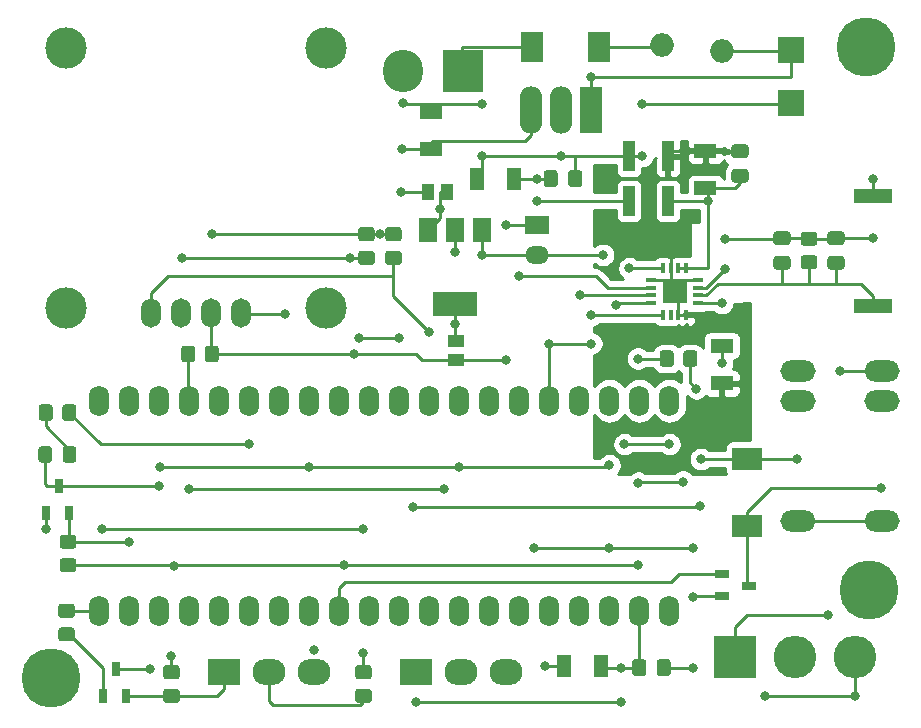
<source format=gtl>
%TF.GenerationSoftware,KiCad,Pcbnew,(5.1.10)-1*%
%TF.CreationDate,2024-09-14T21:02:55+02:00*%
%TF.ProjectId,LightningDetector_V1_0,4c696768-746e-4696-9e67-446574656374,rev?*%
%TF.SameCoordinates,Original*%
%TF.FileFunction,Copper,L1,Top*%
%TF.FilePolarity,Positive*%
%FSLAX46Y46*%
G04 Gerber Fmt 4.6, Leading zero omitted, Abs format (unit mm)*
G04 Created by KiCad (PCBNEW (5.1.10)-1) date 2024-09-14 21:02:55*
%MOMM*%
%LPD*%
G01*
G04 APERTURE LIST*
%TA.AperFunction,ComponentPad*%
%ADD10C,3.500000*%
%TD*%
%TA.AperFunction,ComponentPad*%
%ADD11O,1.700000X2.500000*%
%TD*%
%TA.AperFunction,SMDPad,CuDef*%
%ADD12R,2.300000X2.200000*%
%TD*%
%TA.AperFunction,ComponentPad*%
%ADD13R,1.905000X4.000000*%
%TD*%
%TA.AperFunction,ComponentPad*%
%ADD14O,1.905000X4.000000*%
%TD*%
%TA.AperFunction,ComponentPad*%
%ADD15O,2.000000X1.524000*%
%TD*%
%TA.AperFunction,ComponentPad*%
%ADD16R,2.000000X1.500000*%
%TD*%
%TA.AperFunction,ComponentPad*%
%ADD17O,2.000000X2.000000*%
%TD*%
%TA.AperFunction,ComponentPad*%
%ADD18R,3.400000X3.600000*%
%TD*%
%TA.AperFunction,ComponentPad*%
%ADD19O,3.400000X3.600000*%
%TD*%
%TA.AperFunction,SMDPad,CuDef*%
%ADD20R,0.850000X0.400000*%
%TD*%
%TA.AperFunction,SMDPad,CuDef*%
%ADD21R,0.400000X0.850000*%
%TD*%
%TA.AperFunction,ComponentPad*%
%ADD22R,2.000000X2.000000*%
%TD*%
%TA.AperFunction,SMDPad,CuDef*%
%ADD23R,1.200000X1.900000*%
%TD*%
%TA.AperFunction,SMDPad,CuDef*%
%ADD24R,1.900000X1.200000*%
%TD*%
%TA.AperFunction,ComponentPad*%
%ADD25R,2.800000X2.200000*%
%TD*%
%TA.AperFunction,ComponentPad*%
%ADD26O,2.800000X2.200000*%
%TD*%
%TA.AperFunction,SMDPad,CuDef*%
%ADD27R,1.900000X2.540000*%
%TD*%
%TA.AperFunction,SMDPad,CuDef*%
%ADD28R,0.800000X1.300000*%
%TD*%
%TA.AperFunction,ComponentPad*%
%ADD29O,1.700000X2.600000*%
%TD*%
%TA.AperFunction,SMDPad,CuDef*%
%ADD30R,3.200000X1.300000*%
%TD*%
%TA.AperFunction,SMDPad,CuDef*%
%ADD31R,1.400000X1.000000*%
%TD*%
%TA.AperFunction,ComponentPad*%
%ADD32O,3.600000X3.600000*%
%TD*%
%TA.AperFunction,ComponentPad*%
%ADD33R,3.600000X3.600000*%
%TD*%
%TA.AperFunction,SMDPad,CuDef*%
%ADD34R,2.540000X1.900000*%
%TD*%
%TA.AperFunction,SMDPad,CuDef*%
%ADD35R,1.000000X2.500000*%
%TD*%
%TA.AperFunction,SMDPad,CuDef*%
%ADD36R,1.000000X1.400000*%
%TD*%
%TA.AperFunction,SMDPad,CuDef*%
%ADD37R,1.300000X0.800000*%
%TD*%
%TA.AperFunction,ComponentPad*%
%ADD38O,3.000000X1.800000*%
%TD*%
%TA.AperFunction,SMDPad,CuDef*%
%ADD39R,1.500000X2.000000*%
%TD*%
%TA.AperFunction,SMDPad,CuDef*%
%ADD40R,3.800000X2.000000*%
%TD*%
%TA.AperFunction,ViaPad*%
%ADD41C,5.000000*%
%TD*%
%TA.AperFunction,ViaPad*%
%ADD42C,0.800000*%
%TD*%
%TA.AperFunction,Conductor*%
%ADD43C,0.250000*%
%TD*%
%TA.AperFunction,Conductor*%
%ADD44C,0.254000*%
%TD*%
%TA.AperFunction,Conductor*%
%ADD45C,0.100000*%
%TD*%
G04 APERTURE END LIST*
D10*
%TO.P,U5,5*%
%TO.N,N/C*%
X139319000Y-76454000D03*
%TO.P,U5,6*%
X117348000Y-76454000D03*
%TO.P,U5,8*%
X117348000Y-54483000D03*
%TO.P,U5,7*%
X139319000Y-54483000D03*
D11*
%TO.P,U5,1*%
%TO.N,GND*%
X132161000Y-76951000D03*
%TO.P,U5,2*%
%TO.N,+3V3*%
X129621000Y-76951000D03*
%TO.P,U5,3*%
%TO.N,SCL*%
X127081000Y-76951000D03*
%TO.P,U5,4*%
%TO.N,SDA*%
X124541000Y-76951000D03*
%TD*%
D12*
%TO.P,D3,2*%
%TO.N,GND*%
X178689000Y-59146000D03*
%TO.P,D3,1*%
%TO.N,Net-(D3-Pad1)*%
X178689000Y-54646000D03*
%TD*%
D13*
%TO.P,U4,1*%
%TO.N,Net-(D3-Pad1)*%
X161798000Y-59690000D03*
D14*
%TO.P,U4,2*%
%TO.N,GND*%
X159258000Y-59690000D03*
%TO.P,U4,3*%
%TO.N,Net-(C11-Pad1)*%
X156718000Y-59690000D03*
%TD*%
D15*
%TO.P,C8,2*%
%TO.N,GND*%
X157226000Y-71989000D03*
D16*
%TO.P,C8,1*%
%TO.N,+3V3*%
X157226000Y-69489000D03*
%TD*%
D17*
%TO.P,U3,1*%
%TO.N,Net-(D2-Pad1)*%
X167767000Y-54229000D03*
%TO.P,U3,2*%
%TO.N,Net-(D3-Pad1)*%
X172867000Y-54729000D03*
%TD*%
D18*
%TO.P,CON2,1*%
%TO.N,Net-(CON2-Pad1)*%
X150891240Y-56410860D03*
D19*
%TO.P,CON2,2*%
%TO.N,GND*%
X145811240Y-56410860D03*
%TD*%
D20*
%TO.P,U2,1*%
%TO.N,Net-(C5-Pad1)*%
X170815000Y-76073000D03*
%TO.P,U2,2*%
%TO.N,Net-(C10-Pad1)*%
X170815000Y-75423000D03*
%TO.P,U2,4*%
%TO.N,GNDA*%
X170815000Y-74123000D03*
%TO.P,U2,3*%
%TO.N,Net-(C10-Pad2)*%
X170815000Y-74773000D03*
%TO.P,U2,11*%
%TO.N,SCLK*%
X166865000Y-75423000D03*
%TO.P,U2,9*%
%TO.N,GNDA*%
X166865000Y-74123000D03*
%TO.P,U2,10*%
%TO.N,IRQ*%
X166865000Y-74773000D03*
%TO.P,U2,12*%
%TO.N,MISO*%
X166865000Y-76073000D03*
D21*
%TO.P,U2,15*%
%TO.N,GNDA*%
X169165000Y-77073000D03*
%TO.P,U2,16*%
X169815000Y-77073000D03*
%TO.P,U2,14*%
%TO.N,Net-(U2-Pad14)*%
X168515000Y-77073000D03*
%TO.P,U2,13*%
%TO.N,MOSI*%
X167865000Y-77073000D03*
%TO.P,U2,7*%
%TO.N,GNDA*%
X168515000Y-73123000D03*
%TO.P,U2,5*%
%TO.N,+3.3VA*%
X169815000Y-73123000D03*
%TO.P,U2,6*%
X169165000Y-73123000D03*
%TO.P,U2,8*%
%TO.N,~CS*%
X167865000Y-73123000D03*
D22*
%TO.P,U2,17*%
%TO.N,GNDA*%
X168846500Y-75057000D03*
%TD*%
D23*
%TO.P,C1,1*%
%TO.N,GND*%
X159436000Y-106807000D03*
%TO.P,C1,2*%
%TO.N,+3V3*%
X162636000Y-106807000D03*
%TD*%
%TO.P,C2,1*%
%TO.N,+3V3*%
%TA.AperFunction,SMDPad,CuDef*%
G36*
G01*
X165253000Y-107409000D02*
X165253000Y-106459000D01*
G75*
G02*
X165503000Y-106209000I250000J0D01*
G01*
X166178000Y-106209000D01*
G75*
G02*
X166428000Y-106459000I0J-250000D01*
G01*
X166428000Y-107409000D01*
G75*
G02*
X166178000Y-107659000I-250000J0D01*
G01*
X165503000Y-107659000D01*
G75*
G02*
X165253000Y-107409000I0J250000D01*
G01*
G37*
%TD.AperFunction*%
%TO.P,C2,2*%
%TO.N,GND*%
%TA.AperFunction,SMDPad,CuDef*%
G36*
G01*
X167328000Y-107409000D02*
X167328000Y-106459000D01*
G75*
G02*
X167578000Y-106209000I250000J0D01*
G01*
X168253000Y-106209000D01*
G75*
G02*
X168503000Y-106459000I0J-250000D01*
G01*
X168503000Y-107409000D01*
G75*
G02*
X168253000Y-107659000I-250000J0D01*
G01*
X167578000Y-107659000D01*
G75*
G02*
X167328000Y-107409000I0J250000D01*
G01*
G37*
%TD.AperFunction*%
%TD*%
D24*
%TO.P,C3,1*%
%TO.N,GNDA*%
X171450000Y-63170000D03*
%TO.P,C3,2*%
%TO.N,+3.3VA*%
X171450000Y-66370000D03*
%TD*%
%TO.P,C4,2*%
%TO.N,GNDA*%
%TA.AperFunction,SMDPad,CuDef*%
G36*
G01*
X174846000Y-63812000D02*
X173896000Y-63812000D01*
G75*
G02*
X173646000Y-63562000I0J250000D01*
G01*
X173646000Y-62887000D01*
G75*
G02*
X173896000Y-62637000I250000J0D01*
G01*
X174846000Y-62637000D01*
G75*
G02*
X175096000Y-62887000I0J-250000D01*
G01*
X175096000Y-63562000D01*
G75*
G02*
X174846000Y-63812000I-250000J0D01*
G01*
G37*
%TD.AperFunction*%
%TO.P,C4,1*%
%TO.N,+3.3VA*%
%TA.AperFunction,SMDPad,CuDef*%
G36*
G01*
X174846000Y-65887000D02*
X173896000Y-65887000D01*
G75*
G02*
X173646000Y-65637000I0J250000D01*
G01*
X173646000Y-64962000D01*
G75*
G02*
X173896000Y-64712000I250000J0D01*
G01*
X174846000Y-64712000D01*
G75*
G02*
X175096000Y-64962000I0J-250000D01*
G01*
X175096000Y-65637000D01*
G75*
G02*
X174846000Y-65887000I-250000J0D01*
G01*
G37*
%TD.AperFunction*%
%TD*%
%TO.P,C5,2*%
%TO.N,GNDA*%
X172847000Y-82880000D03*
%TO.P,C5,1*%
%TO.N,Net-(C5-Pad1)*%
X172847000Y-79680000D03*
%TD*%
D23*
%TO.P,C6,2*%
%TO.N,+3V3*%
X155270000Y-65532000D03*
%TO.P,C6,1*%
%TO.N,GND*%
X152070000Y-65532000D03*
%TD*%
%TO.P,C7,1*%
%TO.N,+3V3*%
%TA.AperFunction,SMDPad,CuDef*%
G36*
G01*
X157760000Y-66007000D02*
X157760000Y-65057000D01*
G75*
G02*
X158010000Y-64807000I250000J0D01*
G01*
X158685000Y-64807000D01*
G75*
G02*
X158935000Y-65057000I0J-250000D01*
G01*
X158935000Y-66007000D01*
G75*
G02*
X158685000Y-66257000I-250000J0D01*
G01*
X158010000Y-66257000D01*
G75*
G02*
X157760000Y-66007000I0J250000D01*
G01*
G37*
%TD.AperFunction*%
%TO.P,C7,2*%
%TO.N,GND*%
%TA.AperFunction,SMDPad,CuDef*%
G36*
G01*
X159835000Y-66007000D02*
X159835000Y-65057000D01*
G75*
G02*
X160085000Y-64807000I250000J0D01*
G01*
X160760000Y-64807000D01*
G75*
G02*
X161010000Y-65057000I0J-250000D01*
G01*
X161010000Y-66007000D01*
G75*
G02*
X160760000Y-66257000I-250000J0D01*
G01*
X160085000Y-66257000D01*
G75*
G02*
X159835000Y-66007000I0J250000D01*
G01*
G37*
%TD.AperFunction*%
%TD*%
D25*
%TO.P,CON1,1*%
%TO.N,+3V3*%
X146939000Y-107315000D03*
D26*
%TO.P,CON1,2*%
%TO.N,Net-(CON1-Pad2)*%
X150749000Y-107315000D03*
%TO.P,CON1,3*%
%TO.N,GND*%
X154559000Y-107315000D03*
%TD*%
%TO.P,CON3,3*%
%TO.N,GND*%
X138303000Y-107315000D03*
%TO.P,CON3,2*%
%TO.N,UART_RX*%
X134493000Y-107315000D03*
D25*
%TO.P,CON3,1*%
%TO.N,UART_TX*%
X130683000Y-107315000D03*
%TD*%
%TO.P,D1,2*%
%TO.N,Net-(D1-Pad2)*%
%TA.AperFunction,SMDPad,CuDef*%
G36*
G01*
X117027000Y-89350001D02*
X117027000Y-88449999D01*
G75*
G02*
X117276999Y-88200000I249999J0D01*
G01*
X117927001Y-88200000D01*
G75*
G02*
X118177000Y-88449999I0J-249999D01*
G01*
X118177000Y-89350001D01*
G75*
G02*
X117927001Y-89600000I-249999J0D01*
G01*
X117276999Y-89600000D01*
G75*
G02*
X117027000Y-89350001I0J249999D01*
G01*
G37*
%TD.AperFunction*%
%TO.P,D1,1*%
%TO.N,GND*%
%TA.AperFunction,SMDPad,CuDef*%
G36*
G01*
X114977000Y-89350001D02*
X114977000Y-88449999D01*
G75*
G02*
X115226999Y-88200000I249999J0D01*
G01*
X115877001Y-88200000D01*
G75*
G02*
X116127000Y-88449999I0J-249999D01*
G01*
X116127000Y-89350001D01*
G75*
G02*
X115877001Y-89600000I-249999J0D01*
G01*
X115226999Y-89600000D01*
G75*
G02*
X114977000Y-89350001I0J249999D01*
G01*
G37*
%TD.AperFunction*%
%TD*%
D27*
%TO.P,D2,1*%
%TO.N,Net-(D2-Pad1)*%
X162433000Y-54356000D03*
%TO.P,D2,2*%
%TO.N,Net-(CON2-Pad1)*%
X156733000Y-54356000D03*
%TD*%
D28*
%TO.P,Q1,1*%
%TO.N,Net-(Q1-Pad1)*%
X120462000Y-109347000D03*
%TO.P,Q1,2*%
%TO.N,UART_TX*%
X122362000Y-109347000D03*
%TO.P,Q1,3*%
%TO.N,GND*%
X121520000Y-107061000D03*
%TD*%
%TO.P,Q2,3*%
%TO.N,GND*%
X116694000Y-91567000D03*
%TO.P,Q2,2*%
%TO.N,PIPICO_UART_RX*%
X117536000Y-93853000D03*
%TO.P,Q2,1*%
%TO.N,Net-(Q2-Pad1)*%
X115636000Y-93853000D03*
%TD*%
%TO.P,R1,1*%
%TO.N,+3V3*%
%TA.AperFunction,SMDPad,CuDef*%
G36*
G01*
X130251000Y-79940999D02*
X130251000Y-80841001D01*
G75*
G02*
X130001001Y-81091000I-249999J0D01*
G01*
X129300999Y-81091000D01*
G75*
G02*
X129051000Y-80841001I0J249999D01*
G01*
X129051000Y-79940999D01*
G75*
G02*
X129300999Y-79691000I249999J0D01*
G01*
X130001001Y-79691000D01*
G75*
G02*
X130251000Y-79940999I0J-249999D01*
G01*
G37*
%TD.AperFunction*%
%TO.P,R1,2*%
%TO.N,Net-(CON1-Pad2)*%
%TA.AperFunction,SMDPad,CuDef*%
G36*
G01*
X128251000Y-79940999D02*
X128251000Y-80841001D01*
G75*
G02*
X128001001Y-81091000I-249999J0D01*
G01*
X127300999Y-81091000D01*
G75*
G02*
X127051000Y-80841001I0J249999D01*
G01*
X127051000Y-79940999D01*
G75*
G02*
X127300999Y-79691000I249999J0D01*
G01*
X128001001Y-79691000D01*
G75*
G02*
X128251000Y-79940999I0J-249999D01*
G01*
G37*
%TD.AperFunction*%
%TD*%
%TO.P,R2,2*%
%TO.N,Net-(D1-Pad2)*%
%TA.AperFunction,SMDPad,CuDef*%
G36*
G01*
X116186000Y-84893999D02*
X116186000Y-85794001D01*
G75*
G02*
X115936001Y-86044000I-249999J0D01*
G01*
X115235999Y-86044000D01*
G75*
G02*
X114986000Y-85794001I0J249999D01*
G01*
X114986000Y-84893999D01*
G75*
G02*
X115235999Y-84644000I249999J0D01*
G01*
X115936001Y-84644000D01*
G75*
G02*
X116186000Y-84893999I0J-249999D01*
G01*
G37*
%TD.AperFunction*%
%TO.P,R2,1*%
%TO.N,Net-(R2-Pad1)*%
%TA.AperFunction,SMDPad,CuDef*%
G36*
G01*
X118186000Y-84893999D02*
X118186000Y-85794001D01*
G75*
G02*
X117936001Y-86044000I-249999J0D01*
G01*
X117235999Y-86044000D01*
G75*
G02*
X116986000Y-85794001I0J249999D01*
G01*
X116986000Y-84893999D01*
G75*
G02*
X117235999Y-84644000I249999J0D01*
G01*
X117936001Y-84644000D01*
G75*
G02*
X118186000Y-84893999I0J-249999D01*
G01*
G37*
%TD.AperFunction*%
%TD*%
%TO.P,R6,2*%
%TO.N,SCL*%
%TA.AperFunction,SMDPad,CuDef*%
G36*
G01*
X142297999Y-71647000D02*
X143198001Y-71647000D01*
G75*
G02*
X143448000Y-71896999I0J-249999D01*
G01*
X143448000Y-72597001D01*
G75*
G02*
X143198001Y-72847000I-249999J0D01*
G01*
X142297999Y-72847000D01*
G75*
G02*
X142048000Y-72597001I0J249999D01*
G01*
X142048000Y-71896999D01*
G75*
G02*
X142297999Y-71647000I249999J0D01*
G01*
G37*
%TD.AperFunction*%
%TO.P,R6,1*%
%TO.N,+3V3*%
%TA.AperFunction,SMDPad,CuDef*%
G36*
G01*
X142297999Y-69647000D02*
X143198001Y-69647000D01*
G75*
G02*
X143448000Y-69896999I0J-249999D01*
G01*
X143448000Y-70597001D01*
G75*
G02*
X143198001Y-70847000I-249999J0D01*
G01*
X142297999Y-70847000D01*
G75*
G02*
X142048000Y-70597001I0J249999D01*
G01*
X142048000Y-69896999D01*
G75*
G02*
X142297999Y-69647000I249999J0D01*
G01*
G37*
%TD.AperFunction*%
%TD*%
%TO.P,R7,1*%
%TO.N,+3V3*%
%TA.AperFunction,SMDPad,CuDef*%
G36*
G01*
X144583999Y-69647000D02*
X145484001Y-69647000D01*
G75*
G02*
X145734000Y-69896999I0J-249999D01*
G01*
X145734000Y-70597001D01*
G75*
G02*
X145484001Y-70847000I-249999J0D01*
G01*
X144583999Y-70847000D01*
G75*
G02*
X144334000Y-70597001I0J249999D01*
G01*
X144334000Y-69896999D01*
G75*
G02*
X144583999Y-69647000I249999J0D01*
G01*
G37*
%TD.AperFunction*%
%TO.P,R7,2*%
%TO.N,SDA*%
%TA.AperFunction,SMDPad,CuDef*%
G36*
G01*
X144583999Y-71647000D02*
X145484001Y-71647000D01*
G75*
G02*
X145734000Y-71896999I0J-249999D01*
G01*
X145734000Y-72597001D01*
G75*
G02*
X145484001Y-72847000I-249999J0D01*
G01*
X144583999Y-72847000D01*
G75*
G02*
X144334000Y-72597001I0J249999D01*
G01*
X144334000Y-71896999D01*
G75*
G02*
X144583999Y-71647000I249999J0D01*
G01*
G37*
%TD.AperFunction*%
%TD*%
%TO.P,R8,1*%
%TO.N,+3V3*%
%TA.AperFunction,SMDPad,CuDef*%
G36*
G01*
X125787999Y-106731000D02*
X126688001Y-106731000D01*
G75*
G02*
X126938000Y-106980999I0J-249999D01*
G01*
X126938000Y-107681001D01*
G75*
G02*
X126688001Y-107931000I-249999J0D01*
G01*
X125787999Y-107931000D01*
G75*
G02*
X125538000Y-107681001I0J249999D01*
G01*
X125538000Y-106980999D01*
G75*
G02*
X125787999Y-106731000I249999J0D01*
G01*
G37*
%TD.AperFunction*%
%TO.P,R8,2*%
%TO.N,UART_TX*%
%TA.AperFunction,SMDPad,CuDef*%
G36*
G01*
X125787999Y-108731000D02*
X126688001Y-108731000D01*
G75*
G02*
X126938000Y-108980999I0J-249999D01*
G01*
X126938000Y-109681001D01*
G75*
G02*
X126688001Y-109931000I-249999J0D01*
G01*
X125787999Y-109931000D01*
G75*
G02*
X125538000Y-109681001I0J249999D01*
G01*
X125538000Y-108980999D01*
G75*
G02*
X125787999Y-108731000I249999J0D01*
G01*
G37*
%TD.AperFunction*%
%TD*%
%TO.P,R9,1*%
%TO.N,+3V3*%
%TA.AperFunction,SMDPad,CuDef*%
G36*
G01*
X117925001Y-98882000D02*
X117024999Y-98882000D01*
G75*
G02*
X116775000Y-98632001I0J249999D01*
G01*
X116775000Y-97931999D01*
G75*
G02*
X117024999Y-97682000I249999J0D01*
G01*
X117925001Y-97682000D01*
G75*
G02*
X118175000Y-97931999I0J-249999D01*
G01*
X118175000Y-98632001D01*
G75*
G02*
X117925001Y-98882000I-249999J0D01*
G01*
G37*
%TD.AperFunction*%
%TO.P,R9,2*%
%TO.N,PIPICO_UART_RX*%
%TA.AperFunction,SMDPad,CuDef*%
G36*
G01*
X117925001Y-96882000D02*
X117024999Y-96882000D01*
G75*
G02*
X116775000Y-96632001I0J249999D01*
G01*
X116775000Y-95931999D01*
G75*
G02*
X117024999Y-95682000I249999J0D01*
G01*
X117925001Y-95682000D01*
G75*
G02*
X118175000Y-95931999I0J-249999D01*
G01*
X118175000Y-96632001D01*
G75*
G02*
X117925001Y-96882000I-249999J0D01*
G01*
G37*
%TD.AperFunction*%
%TD*%
%TO.P,R10,2*%
%TO.N,Net-(Q1-Pad1)*%
%TA.AperFunction,SMDPad,CuDef*%
G36*
G01*
X116897999Y-103524000D02*
X117798001Y-103524000D01*
G75*
G02*
X118048000Y-103773999I0J-249999D01*
G01*
X118048000Y-104474001D01*
G75*
G02*
X117798001Y-104724000I-249999J0D01*
G01*
X116897999Y-104724000D01*
G75*
G02*
X116648000Y-104474001I0J249999D01*
G01*
X116648000Y-103773999D01*
G75*
G02*
X116897999Y-103524000I249999J0D01*
G01*
G37*
%TD.AperFunction*%
%TO.P,R10,1*%
%TO.N,PIPICO_UART_TX*%
%TA.AperFunction,SMDPad,CuDef*%
G36*
G01*
X116897999Y-101524000D02*
X117798001Y-101524000D01*
G75*
G02*
X118048000Y-101773999I0J-249999D01*
G01*
X118048000Y-102474001D01*
G75*
G02*
X117798001Y-102724000I-249999J0D01*
G01*
X116897999Y-102724000D01*
G75*
G02*
X116648000Y-102474001I0J249999D01*
G01*
X116648000Y-101773999D01*
G75*
G02*
X116897999Y-101524000I249999J0D01*
G01*
G37*
%TD.AperFunction*%
%TD*%
%TO.P,R11,1*%
%TO.N,Net-(Q2-Pad1)*%
%TA.AperFunction,SMDPad,CuDef*%
G36*
G01*
X142043999Y-106731000D02*
X142944001Y-106731000D01*
G75*
G02*
X143194000Y-106980999I0J-249999D01*
G01*
X143194000Y-107681001D01*
G75*
G02*
X142944001Y-107931000I-249999J0D01*
G01*
X142043999Y-107931000D01*
G75*
G02*
X141794000Y-107681001I0J249999D01*
G01*
X141794000Y-106980999D01*
G75*
G02*
X142043999Y-106731000I249999J0D01*
G01*
G37*
%TD.AperFunction*%
%TO.P,R11,2*%
%TO.N,UART_RX*%
%TA.AperFunction,SMDPad,CuDef*%
G36*
G01*
X142043999Y-108731000D02*
X142944001Y-108731000D01*
G75*
G02*
X143194000Y-108980999I0J-249999D01*
G01*
X143194000Y-109681001D01*
G75*
G02*
X142944001Y-109931000I-249999J0D01*
G01*
X142043999Y-109931000D01*
G75*
G02*
X141794000Y-109681001I0J249999D01*
G01*
X141794000Y-108980999D01*
G75*
G02*
X142043999Y-108731000I249999J0D01*
G01*
G37*
%TD.AperFunction*%
%TD*%
D29*
%TO.P,U1,40*%
%TO.N,Net-(U1-Pad40)*%
X168402000Y-102108000D03*
%TO.P,U1,1*%
%TO.N,MISO*%
X168402000Y-84328000D03*
%TO.P,U1,39*%
%TO.N,+3V3*%
X165862000Y-102108000D03*
%TO.P,U1,2*%
%TO.N,~CS*%
X165862000Y-84328000D03*
%TO.P,U1,38*%
%TO.N,GND*%
X163322000Y-102108000D03*
%TO.P,U1,3*%
X163322000Y-84328000D03*
%TO.P,U1,37*%
%TO.N,Net-(U1-Pad37)*%
X160782000Y-102108000D03*
%TO.P,U1,4*%
%TO.N,SCLK*%
X160782000Y-84328000D03*
%TO.P,U1,36*%
%TO.N,Net-(U1-Pad36)*%
X158242000Y-102108000D03*
%TO.P,U1,5*%
%TO.N,MOSI*%
X158242000Y-84328000D03*
%TO.P,U1,35*%
%TO.N,Net-(U1-Pad35)*%
X155702000Y-102108000D03*
%TO.P,U1,6*%
%TO.N,IRQ*%
X155702000Y-84328000D03*
%TO.P,U1,34*%
%TO.N,Net-(U1-Pad34)*%
X153162000Y-102108000D03*
%TO.P,U1,7*%
%TO.N,Net-(U1-Pad7)*%
X153162000Y-84328000D03*
%TO.P,U1,33*%
%TO.N,GND*%
X150622000Y-102108000D03*
%TO.P,U1,8*%
X150622000Y-84328000D03*
%TO.P,U1,32*%
%TO.N,Net-(U1-Pad32)*%
X148082000Y-102108000D03*
%TO.P,U1,9*%
%TO.N,SDA*%
X148082000Y-84328000D03*
%TO.P,U1,31*%
%TO.N,Net-(U1-Pad31)*%
X145542000Y-102108000D03*
%TO.P,U1,10*%
%TO.N,SCL*%
X145542000Y-84328000D03*
%TO.P,U1,30*%
%TO.N,Net-(U1-Pad30)*%
X143002000Y-102108000D03*
%TO.P,U1,11*%
%TO.N,Net-(U1-Pad11)*%
X143002000Y-84328000D03*
%TO.P,U1,29*%
%TO.N,Net-(Q3-Pad1)*%
X140462000Y-102108000D03*
%TO.P,U1,12*%
%TO.N,Net-(U1-Pad12)*%
X140462000Y-84328000D03*
%TO.P,U1,28*%
%TO.N,GND*%
X137922000Y-102108000D03*
%TO.P,U1,13*%
X137922000Y-84328000D03*
%TO.P,U1,27*%
%TO.N,Net-(U1-Pad27)*%
X135382000Y-102108000D03*
%TO.P,U1,14*%
%TO.N,Net-(U1-Pad14)*%
X135382000Y-84328000D03*
%TO.P,U1,26*%
%TO.N,Net-(R2-Pad1)*%
X132842000Y-102108000D03*
%TO.P,U1,15*%
%TO.N,Net-(U1-Pad15)*%
X132842000Y-84328000D03*
%TO.P,U1,25*%
%TO.N,Net-(U1-Pad25)*%
X130302000Y-102108000D03*
%TO.P,U1,16*%
%TO.N,Net-(U1-Pad16)*%
X130302000Y-84328000D03*
%TO.P,U1,24*%
%TO.N,Net-(U1-Pad24)*%
X127762000Y-102108000D03*
%TO.P,U1,17*%
%TO.N,Net-(CON1-Pad2)*%
X127762000Y-84328000D03*
%TO.P,U1,23*%
%TO.N,GND*%
X125222000Y-102108000D03*
%TO.P,U1,18*%
X125222000Y-84328000D03*
%TO.P,U1,22*%
%TO.N,PIPICO_UART_RX*%
X122682000Y-102108000D03*
%TO.P,U1,19*%
%TO.N,Net-(U1-Pad19)*%
X122682000Y-84328000D03*
%TO.P,U1,21*%
%TO.N,PIPICO_UART_TX*%
X120142000Y-102108000D03*
%TO.P,U1,20*%
%TO.N,Net-(U1-Pad20)*%
X120142000Y-84328000D03*
%TD*%
D30*
%TO.P,L2,1*%
%TO.N,Net-(C10-Pad1)*%
X185674000Y-76327000D03*
%TO.P,L2,2*%
%TO.N,Net-(C10-Pad2)*%
X185674000Y-67027000D03*
%TD*%
D31*
%TO.P,LK1,2*%
%TO.N,+3V3*%
X150291800Y-80933800D03*
%TO.P,LK1,1*%
%TO.N,Net-(LK1-Pad1)*%
X150291800Y-79311500D03*
%TD*%
%TO.P,C9,1*%
%TO.N,Net-(C10-Pad1)*%
%TA.AperFunction,SMDPad,CuDef*%
G36*
G01*
X182974000Y-73253000D02*
X182024000Y-73253000D01*
G75*
G02*
X181774000Y-73003000I0J250000D01*
G01*
X181774000Y-72328000D01*
G75*
G02*
X182024000Y-72078000I250000J0D01*
G01*
X182974000Y-72078000D01*
G75*
G02*
X183224000Y-72328000I0J-250000D01*
G01*
X183224000Y-73003000D01*
G75*
G02*
X182974000Y-73253000I-250000J0D01*
G01*
G37*
%TD.AperFunction*%
%TO.P,C9,2*%
%TO.N,Net-(C10-Pad2)*%
%TA.AperFunction,SMDPad,CuDef*%
G36*
G01*
X182974000Y-71178000D02*
X182024000Y-71178000D01*
G75*
G02*
X181774000Y-70928000I0J250000D01*
G01*
X181774000Y-70253000D01*
G75*
G02*
X182024000Y-70003000I250000J0D01*
G01*
X182974000Y-70003000D01*
G75*
G02*
X183224000Y-70253000I0J-250000D01*
G01*
X183224000Y-70928000D01*
G75*
G02*
X182974000Y-71178000I-250000J0D01*
G01*
G37*
%TD.AperFunction*%
%TD*%
%TO.P,R12,2*%
%TO.N,Net-(C10-Pad2)*%
%TA.AperFunction,SMDPad,CuDef*%
G36*
G01*
X180663001Y-71228000D02*
X179762999Y-71228000D01*
G75*
G02*
X179513000Y-70978001I0J249999D01*
G01*
X179513000Y-70277999D01*
G75*
G02*
X179762999Y-70028000I249999J0D01*
G01*
X180663001Y-70028000D01*
G75*
G02*
X180913000Y-70277999I0J-249999D01*
G01*
X180913000Y-70978001D01*
G75*
G02*
X180663001Y-71228000I-249999J0D01*
G01*
G37*
%TD.AperFunction*%
%TO.P,R12,1*%
%TO.N,Net-(C10-Pad1)*%
%TA.AperFunction,SMDPad,CuDef*%
G36*
G01*
X180663001Y-73228000D02*
X179762999Y-73228000D01*
G75*
G02*
X179513000Y-72978001I0J249999D01*
G01*
X179513000Y-72277999D01*
G75*
G02*
X179762999Y-72028000I249999J0D01*
G01*
X180663001Y-72028000D01*
G75*
G02*
X180913000Y-72277999I0J-249999D01*
G01*
X180913000Y-72978001D01*
G75*
G02*
X180663001Y-73228000I-249999J0D01*
G01*
G37*
%TD.AperFunction*%
%TD*%
%TO.P,R13,1*%
%TO.N,~CS*%
%TA.AperFunction,SMDPad,CuDef*%
G36*
G01*
X167564000Y-81222001D02*
X167564000Y-80321999D01*
G75*
G02*
X167813999Y-80072000I249999J0D01*
G01*
X168514001Y-80072000D01*
G75*
G02*
X168764000Y-80321999I0J-249999D01*
G01*
X168764000Y-81222001D01*
G75*
G02*
X168514001Y-81472000I-249999J0D01*
G01*
X167813999Y-81472000D01*
G75*
G02*
X167564000Y-81222001I0J249999D01*
G01*
G37*
%TD.AperFunction*%
%TO.P,R13,2*%
%TO.N,+3V3*%
%TA.AperFunction,SMDPad,CuDef*%
G36*
G01*
X169564000Y-81222001D02*
X169564000Y-80321999D01*
G75*
G02*
X169813999Y-80072000I249999J0D01*
G01*
X170514001Y-80072000D01*
G75*
G02*
X170764000Y-80321999I0J-249999D01*
G01*
X170764000Y-81222001D01*
G75*
G02*
X170514001Y-81472000I-249999J0D01*
G01*
X169813999Y-81472000D01*
G75*
G02*
X169564000Y-81222001I0J249999D01*
G01*
G37*
%TD.AperFunction*%
%TD*%
%TO.P,C10,1*%
%TO.N,Net-(C10-Pad1)*%
%TA.AperFunction,SMDPad,CuDef*%
G36*
G01*
X178402000Y-73253000D02*
X177452000Y-73253000D01*
G75*
G02*
X177202000Y-73003000I0J250000D01*
G01*
X177202000Y-72328000D01*
G75*
G02*
X177452000Y-72078000I250000J0D01*
G01*
X178402000Y-72078000D01*
G75*
G02*
X178652000Y-72328000I0J-250000D01*
G01*
X178652000Y-73003000D01*
G75*
G02*
X178402000Y-73253000I-250000J0D01*
G01*
G37*
%TD.AperFunction*%
%TO.P,C10,2*%
%TO.N,Net-(C10-Pad2)*%
%TA.AperFunction,SMDPad,CuDef*%
G36*
G01*
X178402000Y-71178000D02*
X177452000Y-71178000D01*
G75*
G02*
X177202000Y-70928000I0J250000D01*
G01*
X177202000Y-70253000D01*
G75*
G02*
X177452000Y-70003000I250000J0D01*
G01*
X178402000Y-70003000D01*
G75*
G02*
X178652000Y-70253000I0J-250000D01*
G01*
X178652000Y-70928000D01*
G75*
G02*
X178402000Y-71178000I-250000J0D01*
G01*
G37*
%TD.AperFunction*%
%TD*%
D24*
%TO.P,C11,2*%
%TO.N,GND*%
X148209000Y-59868000D03*
%TO.P,C11,1*%
%TO.N,Net-(C11-Pad1)*%
X148209000Y-63068000D03*
%TD*%
D32*
%TO.P,CON4,3*%
%TO.N,Net-(CON4-Pad3)*%
X184150000Y-106045000D03*
%TO.P,CON4,2*%
%TO.N,Net-(CON4-Pad2)*%
X179070000Y-106045000D03*
D33*
%TO.P,CON4,1*%
%TO.N,Net-(CON4-Pad1)*%
X173990000Y-106045000D03*
%TD*%
D34*
%TO.P,D4,1*%
%TO.N,+5V*%
X175006000Y-89281000D03*
%TO.P,D4,2*%
%TO.N,Net-(D4-Pad2)*%
X175006000Y-94981000D03*
%TD*%
D35*
%TO.P,L1,1*%
%TO.N,+3V3*%
X164974000Y-67437000D03*
%TO.P,L1,2*%
%TO.N,+3.3VA*%
X168274000Y-67437000D03*
%TD*%
%TO.P,L3,2*%
%TO.N,GNDA*%
X168274000Y-63627000D03*
%TO.P,L3,1*%
%TO.N,GND*%
X164974000Y-63627000D03*
%TD*%
D36*
%TO.P,LK2,2*%
%TO.N,+5V*%
X149577300Y-66675000D03*
%TO.P,LK2,1*%
%TO.N,Net-(C11-Pad1)*%
X147955000Y-66675000D03*
%TD*%
D37*
%TO.P,Q3,3*%
%TO.N,Net-(D4-Pad2)*%
X175133000Y-100057000D03*
%TO.P,Q3,2*%
%TO.N,GND*%
X172847000Y-100899000D03*
%TO.P,Q3,1*%
%TO.N,Net-(Q3-Pad1)*%
X172847000Y-98999000D03*
%TD*%
D38*
%TO.P,REL1,4*%
%TO.N,Net-(CON4-Pad2)*%
X186372500Y-94488000D03*
%TO.P,REL1,2*%
%TO.N,Net-(D4-Pad2)*%
X186372500Y-84328000D03*
%TO.P,REL1,6*%
%TO.N,Net-(CON4-Pad1)*%
X186372500Y-81788000D03*
%TO.P,REL1,3*%
%TO.N,Net-(CON4-Pad2)*%
X179252500Y-94488000D03*
%TO.P,REL1,5*%
%TO.N,Net-(CON4-Pad3)*%
X179252500Y-81788000D03*
%TO.P,REL1,1*%
%TO.N,+5V*%
X179252500Y-84328000D03*
%TD*%
D39*
%TO.P,U6,1*%
%TO.N,GND*%
X152541000Y-69875000D03*
%TO.P,U6,3*%
%TO.N,+5V*%
X147941000Y-69875000D03*
%TO.P,U6,2*%
%TO.N,Net-(LK1-Pad1)*%
X150241000Y-69875000D03*
D40*
%TO.P,U6,4*%
X150241000Y-76175000D03*
%TD*%
D41*
%TO.N,*%
X185039000Y-54356000D03*
X116078000Y-107823000D03*
X185293000Y-100330000D03*
D42*
%TO.N,GND*%
X163322000Y-89789000D03*
X125231010Y-89925010D03*
X150612990Y-89925010D03*
X137912990Y-89925010D03*
X125222000Y-91567000D03*
X170434000Y-106934000D03*
X170434000Y-96774000D03*
X163322000Y-96774000D03*
X157861000Y-106807000D03*
X138303000Y-105410000D03*
X156972000Y-96774000D03*
X124460000Y-107061000D03*
X166116000Y-63627000D03*
X166116000Y-59182000D03*
X162794000Y-71989000D03*
X152547000Y-71989000D03*
X152547000Y-59182000D03*
X152527000Y-63627000D03*
X145811240Y-59166760D03*
X159258000Y-63627000D03*
X170434000Y-100965000D03*
X137922000Y-84328000D03*
X135890000Y-76962000D03*
%TO.N,+3V3*%
X143875000Y-70247000D03*
X165767010Y-91280990D03*
X165767010Y-98265990D03*
X146939000Y-109855000D03*
X164338000Y-109855000D03*
X164338000Y-106934000D03*
X126238000Y-105918000D03*
X126492000Y-98298000D03*
X157226000Y-67437000D03*
X157226000Y-65532000D03*
X129687000Y-70211000D03*
X157226000Y-69489000D03*
X154579000Y-69489000D03*
X154579000Y-80879000D03*
X170688000Y-83312000D03*
X169545000Y-91186000D03*
X141732000Y-80391000D03*
X140859000Y-98282000D03*
%TO.N,Net-(C5-Pad1)*%
X172847000Y-76073000D03*
X172847000Y-81153000D03*
%TO.N,Net-(CON1-Pad2)*%
X149352000Y-91821000D03*
X127762000Y-91821000D03*
%TO.N,Net-(D3-Pad1)*%
X161798000Y-56896000D03*
%TO.N,PIPICO_UART_RX*%
X122682000Y-96266000D03*
%TO.N,Net-(Q2-Pad1)*%
X115636000Y-95184000D03*
X120335000Y-95184000D03*
X142433000Y-95184000D03*
X142494000Y-105664000D03*
%TO.N,Net-(R2-Pad1)*%
X132842000Y-88011000D03*
%TO.N,SCL*%
X127143000Y-72247000D03*
X141367000Y-72247000D03*
X145542000Y-78994000D03*
X142113000Y-78994000D03*
%TO.N,SDA*%
X148082000Y-78486000D03*
%TO.N,MISO*%
X163893500Y-76263500D03*
X164592000Y-88011000D03*
X168402000Y-88011000D03*
%TO.N,~CS*%
X165002000Y-73123000D03*
X165735000Y-80772000D03*
%TO.N,SCLK*%
X160797000Y-75423000D03*
%TO.N,MOSI*%
X161798000Y-77089000D03*
X161798000Y-79502000D03*
X158242000Y-79502000D03*
%TO.N,IRQ*%
X155702000Y-73787000D03*
%TO.N,Net-(LK1-Pad1)*%
X150241000Y-71755000D03*
X150241000Y-77851000D03*
%TO.N,GNDA*%
X168515000Y-71388000D03*
X169672000Y-63119000D03*
X174895000Y-77073000D03*
X174895000Y-82915000D03*
%TO.N,Net-(C10-Pad2)*%
X173124590Y-73152000D03*
X173124590Y-70635590D03*
X185652500Y-70590500D03*
X185652500Y-65553500D03*
%TO.N,Net-(C11-Pad1)*%
X145720000Y-63068000D03*
X145669000Y-66675000D03*
%TO.N,Net-(CON4-Pad3)*%
X176530000Y-109347000D03*
X184150000Y-109347000D03*
%TO.N,Net-(CON4-Pad1)*%
X181864000Y-102489000D03*
X182880000Y-81788000D03*
%TO.N,+5V*%
X148971000Y-68072000D03*
X146717010Y-93312990D03*
X171005500Y-93281500D03*
X171069000Y-89281000D03*
X179197000Y-89281000D03*
%TO.N,Net-(D4-Pad2)*%
X186309000Y-91694000D03*
%TO.N,+3.3VA*%
X171675000Y-67466000D03*
%TD*%
D43*
%TO.N,GND*%
X163185990Y-89925010D02*
X150612990Y-89925010D01*
X163322000Y-89789000D02*
X163185990Y-89925010D01*
X123589020Y-91567000D02*
X116694000Y-91567000D01*
X115552000Y-88900000D02*
X115552000Y-91422000D01*
X115697000Y-91567000D02*
X116694000Y-91567000D01*
X115552000Y-91422000D02*
X115697000Y-91567000D01*
X150612990Y-89925010D02*
X137912990Y-89925010D01*
X137912990Y-89925010D02*
X125231010Y-89925010D01*
X123589020Y-91567000D02*
X125222000Y-91567000D01*
X167915500Y-106934000D02*
X170434000Y-106934000D01*
X170434000Y-96774000D02*
X163322000Y-96774000D01*
X159436000Y-106807000D02*
X157861000Y-106807000D01*
X163322000Y-96774000D02*
X156972000Y-96774000D01*
X121520000Y-107061000D02*
X124460000Y-107061000D01*
X164974000Y-63627000D02*
X166116000Y-63627000D01*
X178653000Y-59182000D02*
X178689000Y-59146000D01*
X166116000Y-59182000D02*
X178653000Y-59182000D01*
X157226000Y-71989000D02*
X152547000Y-71989000D01*
X157226000Y-71989000D02*
X162794000Y-71989000D01*
X152527000Y-65075000D02*
X152070000Y-65532000D01*
X152527000Y-63627000D02*
X152527000Y-65075000D01*
X152547000Y-69881000D02*
X152541000Y-69875000D01*
X152547000Y-71989000D02*
X152547000Y-69881000D01*
X148209000Y-59182000D02*
X148209000Y-59868000D01*
X152547000Y-59182000D02*
X148209000Y-59182000D01*
X148209000Y-59182000D02*
X145923000Y-59182000D01*
X160422500Y-63648500D02*
X160401000Y-63627000D01*
X160422500Y-65532000D02*
X160422500Y-63648500D01*
X160401000Y-63627000D02*
X152527000Y-63627000D01*
X164974000Y-63627000D02*
X160401000Y-63627000D01*
X172847000Y-100899000D02*
X170500000Y-100899000D01*
X132172000Y-76962000D02*
X132161000Y-76951000D01*
X135890000Y-76962000D02*
X132172000Y-76962000D01*
%TO.N,+3V3*%
X145034000Y-70247000D02*
X143875000Y-70247000D01*
X143875000Y-70247000D02*
X142748000Y-70247000D01*
X165767010Y-91280990D02*
X165829990Y-91280990D01*
X117475000Y-98282000D02*
X140859000Y-98282000D01*
X165862000Y-106912500D02*
X165840500Y-106934000D01*
X165862000Y-102108000D02*
X165862000Y-106912500D01*
X162763000Y-106934000D02*
X162636000Y-106807000D01*
X165840500Y-106934000D02*
X162763000Y-106934000D01*
X146939000Y-109855000D02*
X164338000Y-109855000D01*
X126238000Y-107331000D02*
X126238000Y-105918000D01*
X129621000Y-80361000D02*
X129651000Y-80391000D01*
X129621000Y-76951000D02*
X129621000Y-80361000D01*
X164974000Y-67437000D02*
X157226000Y-67437000D01*
X155270000Y-65532000D02*
X158347500Y-65532000D01*
X150291800Y-80933800D02*
X147481800Y-80933800D01*
X146939000Y-80391000D02*
X141732000Y-80391000D01*
X147481800Y-80933800D02*
X146939000Y-80391000D01*
X143875000Y-70247000D02*
X129683000Y-70247000D01*
X157226000Y-69489000D02*
X154579000Y-69489000D01*
X150346600Y-80879000D02*
X150291800Y-80933800D01*
X154579000Y-80879000D02*
X150346600Y-80879000D01*
X170164000Y-80772000D02*
X170164000Y-82788000D01*
X170164000Y-82788000D02*
X170688000Y-83312000D01*
X170688000Y-83312000D02*
X170688000Y-83312000D01*
X165862000Y-91186000D02*
X165767010Y-91280990D01*
X169545000Y-91186000D02*
X165862000Y-91186000D01*
X141732000Y-80391000D02*
X129651000Y-80391000D01*
X140859000Y-98282000D02*
X165719000Y-98282000D01*
%TO.N,Net-(C5-Pad1)*%
X170815000Y-76073000D02*
X170942000Y-76073000D01*
X170942000Y-76073000D02*
X172847000Y-76073000D01*
X172847000Y-81153000D02*
X172847000Y-79680000D01*
%TO.N,Net-(CON1-Pad2)*%
X127651000Y-84217000D02*
X127762000Y-84328000D01*
X127651000Y-80391000D02*
X127651000Y-84217000D01*
X149352000Y-91821000D02*
X143002000Y-91821000D01*
X143002000Y-91821000D02*
X139827000Y-91821000D01*
X139827000Y-91821000D02*
X127762000Y-91821000D01*
%TO.N,Net-(CON2-Pad1)*%
X156733000Y-54356000D02*
X150876000Y-54356000D01*
X150876000Y-56395620D02*
X150891240Y-56410860D01*
X150876000Y-54356000D02*
X150876000Y-56395620D01*
%TO.N,UART_RX*%
X142494000Y-109331000D02*
X142494000Y-109855000D01*
X142494000Y-109855000D02*
X142240000Y-110109000D01*
X142240000Y-110109000D02*
X134874000Y-110109000D01*
X134493000Y-109728000D02*
X134493000Y-107315000D01*
X134874000Y-110109000D02*
X134493000Y-109728000D01*
%TO.N,UART_TX*%
X126222000Y-109347000D02*
X126238000Y-109331000D01*
X122362000Y-109347000D02*
X126222000Y-109347000D01*
X126238000Y-109331000D02*
X130064000Y-109331000D01*
X130683000Y-108712000D02*
X130683000Y-107315000D01*
X130064000Y-109331000D02*
X130683000Y-108712000D01*
%TO.N,Net-(D1-Pad2)*%
X117602000Y-88900000D02*
X117602000Y-88519000D01*
X115586000Y-86503000D02*
X115586000Y-85344000D01*
X117602000Y-88519000D02*
X115586000Y-86503000D01*
%TO.N,Net-(D2-Pad1)*%
X167640000Y-54356000D02*
X167767000Y-54229000D01*
X162433000Y-54356000D02*
X167640000Y-54356000D01*
%TO.N,Net-(D3-Pad1)*%
X161798000Y-59690000D02*
X161798000Y-56896000D01*
X161798000Y-56896000D02*
X178689000Y-56896000D01*
X178689000Y-56896000D02*
X178689000Y-54646000D01*
X178606000Y-54729000D02*
X178689000Y-54646000D01*
X172867000Y-54729000D02*
X178606000Y-54729000D01*
%TO.N,Net-(Q1-Pad1)*%
X117348000Y-104124000D02*
X117586000Y-104124000D01*
X120462000Y-107000000D02*
X120462000Y-109347000D01*
X117586000Y-104124000D02*
X120462000Y-107000000D01*
%TO.N,PIPICO_UART_RX*%
X117491000Y-96266000D02*
X117475000Y-96282000D01*
X122682000Y-96266000D02*
X117491000Y-96266000D01*
X117536000Y-96221000D02*
X117475000Y-96282000D01*
X117536000Y-93853000D02*
X117536000Y-96221000D01*
%TO.N,Net-(Q2-Pad1)*%
X115636000Y-93853000D02*
X115636000Y-95184000D01*
X120335000Y-95184000D02*
X142433000Y-95184000D01*
X142494000Y-95123000D02*
X142433000Y-95184000D01*
X142494000Y-105664000D02*
X142494000Y-107331000D01*
%TO.N,Net-(R2-Pad1)*%
X117586000Y-85344000D02*
X117602000Y-85344000D01*
X117602000Y-85344000D02*
X120269000Y-88011000D01*
X120269000Y-88011000D02*
X132842000Y-88011000D01*
%TO.N,SCL*%
X142748000Y-72247000D02*
X141367000Y-72247000D01*
X140605000Y-72247000D02*
X127143000Y-72247000D01*
X141367000Y-72247000D02*
X140605000Y-72247000D01*
X145542000Y-78994000D02*
X142113000Y-78994000D01*
X142113000Y-78994000D02*
X142113000Y-78994000D01*
%TO.N,SDA*%
X124587000Y-76905000D02*
X124541000Y-76951000D01*
X148082000Y-78486000D02*
X145034000Y-75438000D01*
X124541000Y-76951000D02*
X124541000Y-75230000D01*
X124541000Y-75230000D02*
X125984000Y-73787000D01*
X125984000Y-73787000D02*
X127000000Y-73787000D01*
X127000000Y-73787000D02*
X145034000Y-73787000D01*
X145034000Y-73787000D02*
X145034000Y-72247000D01*
X145034000Y-75438000D02*
X145034000Y-73787000D01*
%TO.N,PIPICO_UART_TX*%
X117364000Y-102108000D02*
X117348000Y-102124000D01*
X120142000Y-102108000D02*
X117364000Y-102108000D01*
%TO.N,MISO*%
X166865000Y-76073000D02*
X164084000Y-76073000D01*
X164084000Y-76073000D02*
X163893500Y-76263500D01*
X163893500Y-76263500D02*
X163830000Y-76327000D01*
X164592000Y-88011000D02*
X168402000Y-88011000D01*
%TO.N,~CS*%
X167865000Y-73123000D02*
X165002000Y-73123000D01*
X168164000Y-80772000D02*
X165735000Y-80772000D01*
X165735000Y-80772000D02*
X165735000Y-80772000D01*
%TO.N,SCLK*%
X166865000Y-75423000D02*
X160797000Y-75423000D01*
%TO.N,MOSI*%
X167865000Y-77073000D02*
X163592000Y-77073000D01*
X163592000Y-77073000D02*
X163576000Y-77089000D01*
X163576000Y-77089000D02*
X161798000Y-77089000D01*
X161798000Y-79502000D02*
X158242000Y-79502000D01*
X158242000Y-79502000D02*
X158242000Y-84328000D01*
%TO.N,IRQ*%
X166865000Y-74773000D02*
X163165000Y-74773000D01*
X163165000Y-74773000D02*
X162179000Y-73787000D01*
X162179000Y-73787000D02*
X161036000Y-73787000D01*
X161036000Y-73787000D02*
X155702000Y-73787000D01*
%TO.N,Net-(LK1-Pad1)*%
X150241000Y-69875000D02*
X150241000Y-71755000D01*
X150241000Y-79260700D02*
X150291800Y-79311500D01*
X150241000Y-77851000D02*
X150241000Y-79260700D01*
X150241000Y-77851000D02*
X150241000Y-76175000D01*
%TO.N,GNDA*%
X169815000Y-77073000D02*
X169165000Y-77073000D01*
X169165000Y-75375500D02*
X168846500Y-75057000D01*
X169165000Y-77073000D02*
X169165000Y-75375500D01*
X168515000Y-74725500D02*
X168846500Y-75057000D01*
X168515000Y-73123000D02*
X168515000Y-74725500D01*
X167912500Y-74123000D02*
X168846500Y-75057000D01*
X166865000Y-74123000D02*
X167912500Y-74123000D01*
X169780500Y-74123000D02*
X168846500Y-75057000D01*
X170815000Y-74123000D02*
X169780500Y-74123000D01*
X171504500Y-63224500D02*
X171450000Y-63170000D01*
X174371000Y-63224500D02*
X171504500Y-63224500D01*
X168731000Y-63170000D02*
X168274000Y-63627000D01*
X171450000Y-63170000D02*
X168731000Y-63170000D01*
X168515000Y-73123000D02*
X168515000Y-71388000D01*
X169815000Y-77073000D02*
X174895000Y-77073000D01*
X174895000Y-77073000D02*
X174990000Y-77073000D01*
X172882000Y-82915000D02*
X172847000Y-82880000D01*
X174895000Y-82915000D02*
X172882000Y-82915000D01*
%TO.N,Net-(C10-Pad1)*%
X185674000Y-75438000D02*
X185674000Y-76327000D01*
X184658000Y-74422000D02*
X185674000Y-75438000D01*
X171490000Y-75423000D02*
X172491000Y-74422000D01*
X170815000Y-75423000D02*
X171490000Y-75423000D01*
X182499000Y-72665500D02*
X182499000Y-74422000D01*
X182499000Y-74422000D02*
X184658000Y-74422000D01*
X180213000Y-72628000D02*
X180213000Y-74422000D01*
X180213000Y-74422000D02*
X182499000Y-74422000D01*
X177927000Y-72665500D02*
X177927000Y-74422000D01*
X177927000Y-74422000D02*
X180213000Y-74422000D01*
X172491000Y-74422000D02*
X177927000Y-74422000D01*
%TO.N,Net-(C10-Pad2)*%
X171503590Y-74773000D02*
X173124590Y-73152000D01*
X170815000Y-74773000D02*
X171503590Y-74773000D01*
X177881910Y-70635590D02*
X177927000Y-70590500D01*
X173124590Y-70635590D02*
X177881910Y-70635590D01*
X180175500Y-70590500D02*
X180213000Y-70628000D01*
X177927000Y-70590500D02*
X180175500Y-70590500D01*
X182461500Y-70628000D02*
X182499000Y-70590500D01*
X180213000Y-70628000D02*
X182461500Y-70628000D01*
X182499000Y-70590500D02*
X185652500Y-70590500D01*
X185652500Y-67005500D02*
X185674000Y-67027000D01*
X185652500Y-65553500D02*
X185652500Y-67005500D01*
%TO.N,Net-(C11-Pad1)*%
X148209000Y-66421000D02*
X147955000Y-66675000D01*
X148209000Y-63068000D02*
X145720000Y-63068000D01*
X147955000Y-66675000D02*
X145669000Y-66675000D01*
X156718000Y-61849000D02*
X156718000Y-59690000D01*
X156210000Y-62357000D02*
X156718000Y-61849000D01*
X148336000Y-62357000D02*
X156210000Y-62357000D01*
X148209000Y-62484000D02*
X148336000Y-62357000D01*
X148209000Y-63068000D02*
X148209000Y-62484000D01*
%TO.N,Net-(CON4-Pad3)*%
X176530000Y-109347000D02*
X184150000Y-109347000D01*
X184150000Y-109347000D02*
X184150000Y-109347000D01*
X184150000Y-106045000D02*
X184150000Y-109347000D01*
%TO.N,Net-(CON4-Pad2)*%
X186372500Y-94488000D02*
X179252500Y-94488000D01*
%TO.N,Net-(CON4-Pad1)*%
X173990000Y-106045000D02*
X173990000Y-103505000D01*
X173990000Y-103505000D02*
X175006000Y-102489000D01*
X175006000Y-102489000D02*
X181864000Y-102489000D01*
X181864000Y-102489000D02*
X181864000Y-102489000D01*
X182880000Y-81788000D02*
X186372500Y-81788000D01*
%TO.N,+5V*%
X147941000Y-69875000D02*
X148971000Y-68845000D01*
X148971000Y-68845000D02*
X148971000Y-68072000D01*
X148971000Y-66675000D02*
X149577300Y-66675000D01*
X148971000Y-68072000D02*
X148971000Y-66675000D01*
X170974010Y-93312990D02*
X171005500Y-93281500D01*
X146717010Y-93312990D02*
X170974010Y-93312990D01*
X175006000Y-89281000D02*
X171069000Y-89281000D01*
X171069000Y-89281000D02*
X170815000Y-89281000D01*
X175006000Y-89281000D02*
X179197000Y-89281000D01*
%TO.N,Net-(D4-Pad2)*%
X175006000Y-94981000D02*
X175006000Y-93726000D01*
X175006000Y-93726000D02*
X177038000Y-91694000D01*
X177038000Y-91694000D02*
X186309000Y-91694000D01*
X175006000Y-99930000D02*
X175133000Y-100057000D01*
X175006000Y-94981000D02*
X175006000Y-99930000D01*
%TO.N,+3.3VA*%
X169815000Y-73123000D02*
X169165000Y-73123000D01*
X171450000Y-66370000D02*
X173914000Y-66370000D01*
X174371000Y-65913000D02*
X174371000Y-65299500D01*
X173914000Y-66370000D02*
X174371000Y-65913000D01*
X169815000Y-73123000D02*
X171675000Y-73123000D01*
X171675000Y-66595000D02*
X171450000Y-66370000D01*
X171646000Y-67437000D02*
X171675000Y-67408000D01*
X168274000Y-67437000D02*
X171646000Y-67437000D01*
X171675000Y-67408000D02*
X171675000Y-66595000D01*
X171675000Y-73123000D02*
X171675000Y-67466000D01*
X171675000Y-67466000D02*
X171675000Y-67408000D01*
%TO.N,Net-(Q3-Pad1)*%
X140462000Y-100203000D02*
X140462000Y-102108000D01*
X140970000Y-99695000D02*
X140462000Y-100203000D01*
X168529000Y-99695000D02*
X140970000Y-99695000D01*
X169225000Y-98999000D02*
X168529000Y-99695000D01*
X172847000Y-98999000D02*
X169225000Y-98999000D01*
%TD*%
D44*
%TO.N,GNDA*%
X175260000Y-87692928D02*
X173736000Y-87692928D01*
X173611518Y-87705188D01*
X173491820Y-87741498D01*
X173381506Y-87800463D01*
X173284815Y-87879815D01*
X173205463Y-87976506D01*
X173146498Y-88086820D01*
X173110188Y-88206518D01*
X173097928Y-88331000D01*
X173097928Y-88521000D01*
X171772711Y-88521000D01*
X171728774Y-88477063D01*
X171559256Y-88363795D01*
X171370898Y-88285774D01*
X171170939Y-88246000D01*
X170967061Y-88246000D01*
X170767102Y-88285774D01*
X170578744Y-88363795D01*
X170409226Y-88477063D01*
X170265063Y-88621226D01*
X170151795Y-88790744D01*
X170073774Y-88979102D01*
X170034000Y-89179061D01*
X170034000Y-89382939D01*
X170073774Y-89582898D01*
X170151795Y-89771256D01*
X170265063Y-89940774D01*
X170409226Y-90084937D01*
X170578744Y-90198205D01*
X170767102Y-90276226D01*
X170967061Y-90316000D01*
X171170939Y-90316000D01*
X171370898Y-90276226D01*
X171559256Y-90198205D01*
X171728774Y-90084937D01*
X171772711Y-90041000D01*
X173097928Y-90041000D01*
X173097928Y-90231000D01*
X173110188Y-90355482D01*
X173146498Y-90475180D01*
X173187025Y-90551000D01*
X170365490Y-90551000D01*
X170348937Y-90526226D01*
X170204774Y-90382063D01*
X170035256Y-90268795D01*
X169846898Y-90190774D01*
X169646939Y-90151000D01*
X169443061Y-90151000D01*
X169243102Y-90190774D01*
X169054744Y-90268795D01*
X168885226Y-90382063D01*
X168841289Y-90426000D01*
X166350378Y-90426000D01*
X166257266Y-90363785D01*
X166068908Y-90285764D01*
X165868949Y-90245990D01*
X165665071Y-90245990D01*
X165465112Y-90285764D01*
X165276754Y-90363785D01*
X165107236Y-90477053D01*
X165033289Y-90551000D01*
X164023711Y-90551000D01*
X164125937Y-90448774D01*
X164239205Y-90279256D01*
X164317226Y-90090898D01*
X164357000Y-89890939D01*
X164357000Y-89687061D01*
X164317226Y-89487102D01*
X164239205Y-89298744D01*
X164125937Y-89129226D01*
X163981774Y-88985063D01*
X163812256Y-88871795D01*
X163623898Y-88793774D01*
X163423939Y-88754000D01*
X163220061Y-88754000D01*
X163020102Y-88793774D01*
X162831744Y-88871795D01*
X162662226Y-88985063D01*
X162518063Y-89129226D01*
X162494153Y-89165010D01*
X162052000Y-89165010D01*
X162052000Y-87909061D01*
X163557000Y-87909061D01*
X163557000Y-88112939D01*
X163596774Y-88312898D01*
X163674795Y-88501256D01*
X163788063Y-88670774D01*
X163932226Y-88814937D01*
X164101744Y-88928205D01*
X164290102Y-89006226D01*
X164490061Y-89046000D01*
X164693939Y-89046000D01*
X164893898Y-89006226D01*
X165082256Y-88928205D01*
X165251774Y-88814937D01*
X165295711Y-88771000D01*
X167698289Y-88771000D01*
X167742226Y-88814937D01*
X167911744Y-88928205D01*
X168100102Y-89006226D01*
X168300061Y-89046000D01*
X168503939Y-89046000D01*
X168703898Y-89006226D01*
X168892256Y-88928205D01*
X169061774Y-88814937D01*
X169205937Y-88670774D01*
X169319205Y-88501256D01*
X169397226Y-88312898D01*
X169437000Y-88112939D01*
X169437000Y-87909061D01*
X169397226Y-87709102D01*
X169319205Y-87520744D01*
X169205937Y-87351226D01*
X169061774Y-87207063D01*
X168892256Y-87093795D01*
X168703898Y-87015774D01*
X168503939Y-86976000D01*
X168300061Y-86976000D01*
X168100102Y-87015774D01*
X167911744Y-87093795D01*
X167742226Y-87207063D01*
X167698289Y-87251000D01*
X165295711Y-87251000D01*
X165251774Y-87207063D01*
X165082256Y-87093795D01*
X164893898Y-87015774D01*
X164693939Y-86976000D01*
X164490061Y-86976000D01*
X164290102Y-87015774D01*
X164101744Y-87093795D01*
X163932226Y-87207063D01*
X163788063Y-87351226D01*
X163674795Y-87520744D01*
X163596774Y-87709102D01*
X163557000Y-87909061D01*
X162052000Y-87909061D01*
X162052000Y-85552208D01*
X162081294Y-85607013D01*
X162266866Y-85833134D01*
X162492986Y-86018706D01*
X162750966Y-86156599D01*
X163030889Y-86241513D01*
X163322000Y-86270185D01*
X163613110Y-86241513D01*
X163893033Y-86156599D01*
X164151013Y-86018706D01*
X164377134Y-85833134D01*
X164562706Y-85607014D01*
X164592000Y-85552208D01*
X164621294Y-85607013D01*
X164806866Y-85833134D01*
X165032986Y-86018706D01*
X165290966Y-86156599D01*
X165570889Y-86241513D01*
X165862000Y-86270185D01*
X166153110Y-86241513D01*
X166433033Y-86156599D01*
X166691013Y-86018706D01*
X166917134Y-85833134D01*
X167102706Y-85607014D01*
X167132000Y-85552208D01*
X167161294Y-85607013D01*
X167346866Y-85833134D01*
X167572986Y-86018706D01*
X167830966Y-86156599D01*
X168110889Y-86241513D01*
X168402000Y-86270185D01*
X168693110Y-86241513D01*
X168973033Y-86156599D01*
X169231013Y-86018706D01*
X169457134Y-85833134D01*
X169642706Y-85607014D01*
X169780599Y-85349034D01*
X169865513Y-85069111D01*
X169887000Y-84850950D01*
X169887000Y-83974711D01*
X170028226Y-84115937D01*
X170197744Y-84229205D01*
X170386102Y-84307226D01*
X170586061Y-84347000D01*
X170789939Y-84347000D01*
X170989898Y-84307226D01*
X171178256Y-84229205D01*
X171347774Y-84115937D01*
X171491937Y-83971774D01*
X171493118Y-83970006D01*
X171542506Y-84010537D01*
X171652820Y-84069502D01*
X171772518Y-84105812D01*
X171897000Y-84118072D01*
X172561250Y-84115000D01*
X172720000Y-83956250D01*
X172720000Y-83007000D01*
X172974000Y-83007000D01*
X172974000Y-83956250D01*
X173132750Y-84115000D01*
X173797000Y-84118072D01*
X173921482Y-84105812D01*
X174041180Y-84069502D01*
X174151494Y-84010537D01*
X174248185Y-83931185D01*
X174327537Y-83834494D01*
X174386502Y-83724180D01*
X174422812Y-83604482D01*
X174435072Y-83480000D01*
X174432000Y-83165750D01*
X174273250Y-83007000D01*
X172974000Y-83007000D01*
X172720000Y-83007000D01*
X172700000Y-83007000D01*
X172700000Y-82753000D01*
X172720000Y-82753000D01*
X172720000Y-82733000D01*
X172974000Y-82733000D01*
X172974000Y-82753000D01*
X174273250Y-82753000D01*
X174432000Y-82594250D01*
X174435072Y-82280000D01*
X174422812Y-82155518D01*
X174386502Y-82035820D01*
X174327537Y-81925506D01*
X174248185Y-81828815D01*
X174151494Y-81749463D01*
X174041180Y-81690498D01*
X173921482Y-81654188D01*
X173797000Y-81641928D01*
X173764693Y-81642077D01*
X173842226Y-81454898D01*
X173882000Y-81254939D01*
X173882000Y-81051061D01*
X173854422Y-80912417D01*
X173921482Y-80905812D01*
X174041180Y-80869502D01*
X174151494Y-80810537D01*
X174248185Y-80731185D01*
X174327537Y-80634494D01*
X174386502Y-80524180D01*
X174422812Y-80404482D01*
X174435072Y-80280000D01*
X174435072Y-79080000D01*
X174422812Y-78955518D01*
X174386502Y-78835820D01*
X174327537Y-78725506D01*
X174248185Y-78628815D01*
X174151494Y-78549463D01*
X174041180Y-78490498D01*
X173921482Y-78454188D01*
X173797000Y-78441928D01*
X171897000Y-78441928D01*
X171772518Y-78454188D01*
X171652820Y-78490498D01*
X171542506Y-78549463D01*
X171445815Y-78628815D01*
X171366463Y-78725506D01*
X171307498Y-78835820D01*
X171271188Y-78955518D01*
X171258928Y-79080000D01*
X171258928Y-79840817D01*
X171252405Y-79828613D01*
X171141962Y-79694038D01*
X171007387Y-79583595D01*
X170853851Y-79501528D01*
X170687255Y-79450992D01*
X170514001Y-79433928D01*
X169813999Y-79433928D01*
X169640745Y-79450992D01*
X169474149Y-79501528D01*
X169320613Y-79583595D01*
X169186038Y-79694038D01*
X169164000Y-79720891D01*
X169141962Y-79694038D01*
X169007387Y-79583595D01*
X168853851Y-79501528D01*
X168687255Y-79450992D01*
X168514001Y-79433928D01*
X167813999Y-79433928D01*
X167640745Y-79450992D01*
X167474149Y-79501528D01*
X167320613Y-79583595D01*
X167186038Y-79694038D01*
X167075595Y-79828613D01*
X166993528Y-79982149D01*
X166984473Y-80012000D01*
X166438711Y-80012000D01*
X166394774Y-79968063D01*
X166225256Y-79854795D01*
X166036898Y-79776774D01*
X165836939Y-79737000D01*
X165633061Y-79737000D01*
X165433102Y-79776774D01*
X165244744Y-79854795D01*
X165075226Y-79968063D01*
X164931063Y-80112226D01*
X164817795Y-80281744D01*
X164739774Y-80470102D01*
X164700000Y-80670061D01*
X164700000Y-80873939D01*
X164739774Y-81073898D01*
X164817795Y-81262256D01*
X164931063Y-81431774D01*
X165075226Y-81575937D01*
X165244744Y-81689205D01*
X165433102Y-81767226D01*
X165633061Y-81807000D01*
X165836939Y-81807000D01*
X166036898Y-81767226D01*
X166225256Y-81689205D01*
X166394774Y-81575937D01*
X166438711Y-81532000D01*
X166984473Y-81532000D01*
X166993528Y-81561851D01*
X167075595Y-81715387D01*
X167186038Y-81849962D01*
X167320613Y-81960405D01*
X167474149Y-82042472D01*
X167640745Y-82093008D01*
X167813999Y-82110072D01*
X168514001Y-82110072D01*
X168687255Y-82093008D01*
X168853851Y-82042472D01*
X169007387Y-81960405D01*
X169141962Y-81849962D01*
X169164000Y-81823109D01*
X169186038Y-81849962D01*
X169320613Y-81960405D01*
X169404001Y-82004977D01*
X169404001Y-82750668D01*
X169401395Y-82777122D01*
X169231014Y-82637294D01*
X168973034Y-82499401D01*
X168693111Y-82414487D01*
X168402000Y-82385815D01*
X168110890Y-82414487D01*
X167830967Y-82499401D01*
X167572987Y-82637294D01*
X167346867Y-82822866D01*
X167161294Y-83048986D01*
X167132000Y-83103791D01*
X167102706Y-83048986D01*
X166917134Y-82822866D01*
X166691014Y-82637294D01*
X166433034Y-82499401D01*
X166153111Y-82414487D01*
X165862000Y-82385815D01*
X165570890Y-82414487D01*
X165290967Y-82499401D01*
X165032987Y-82637294D01*
X164806867Y-82822866D01*
X164621294Y-83048986D01*
X164592000Y-83103791D01*
X164562706Y-83048986D01*
X164377134Y-82822866D01*
X164151014Y-82637294D01*
X163893034Y-82499401D01*
X163613111Y-82414487D01*
X163322000Y-82385815D01*
X163030890Y-82414487D01*
X162750967Y-82499401D01*
X162492987Y-82637294D01*
X162266867Y-82822866D01*
X162081294Y-83048986D01*
X162052000Y-83103791D01*
X162052000Y-80506753D01*
X162099898Y-80497226D01*
X162288256Y-80419205D01*
X162457774Y-80305937D01*
X162601937Y-80161774D01*
X162715205Y-79992256D01*
X162793226Y-79803898D01*
X162833000Y-79603939D01*
X162833000Y-79400061D01*
X162793226Y-79200102D01*
X162715205Y-79011744D01*
X162601937Y-78842226D01*
X162457774Y-78698063D01*
X162288256Y-78584795D01*
X162099898Y-78506774D01*
X162052000Y-78497247D01*
X162052000Y-78093753D01*
X162099898Y-78084226D01*
X162288256Y-78006205D01*
X162457774Y-77892937D01*
X162501711Y-77849000D01*
X163538678Y-77849000D01*
X163576000Y-77852676D01*
X163613322Y-77849000D01*
X163613333Y-77849000D01*
X163724986Y-77838003D01*
X163741479Y-77833000D01*
X167124043Y-77833000D01*
X167134463Y-77852494D01*
X167213815Y-77949185D01*
X167310506Y-78028537D01*
X167420820Y-78087502D01*
X167540518Y-78123812D01*
X167665000Y-78136072D01*
X168065000Y-78136072D01*
X168189482Y-78123812D01*
X168190000Y-78123655D01*
X168190518Y-78123812D01*
X168315000Y-78136072D01*
X168715000Y-78136072D01*
X168839482Y-78123812D01*
X168842873Y-78122783D01*
X168933250Y-78133000D01*
X169001218Y-78065032D01*
X169069494Y-78028537D01*
X169165910Y-77949411D01*
X169249247Y-78020839D01*
X169329994Y-78066244D01*
X169396750Y-78133000D01*
X169490000Y-78122458D01*
X169583250Y-78133000D01*
X169650006Y-78066244D01*
X169730753Y-78020839D01*
X169825726Y-77939438D01*
X169888000Y-77860160D01*
X169888000Y-77974250D01*
X170046750Y-78133000D01*
X170152830Y-78121008D01*
X170271725Y-78082147D01*
X170380753Y-78020839D01*
X170475726Y-77939438D01*
X170552994Y-77841072D01*
X170609586Y-77729523D01*
X170643330Y-77609076D01*
X170652926Y-77484361D01*
X170650000Y-77358750D01*
X170491250Y-77200000D01*
X169888000Y-77200000D01*
X169888000Y-77246750D01*
X169841250Y-77200000D01*
X169668000Y-77200000D01*
X169668000Y-76946000D01*
X169841250Y-76946000D01*
X169861250Y-76926000D01*
X169888000Y-76926000D01*
X169888000Y-76946000D01*
X170491250Y-76946000D01*
X170526178Y-76911072D01*
X171240000Y-76911072D01*
X171364482Y-76898812D01*
X171484180Y-76862502D01*
X171539373Y-76833000D01*
X172143289Y-76833000D01*
X172187226Y-76876937D01*
X172356744Y-76990205D01*
X172545102Y-77068226D01*
X172745061Y-77108000D01*
X172948939Y-77108000D01*
X173148898Y-77068226D01*
X173337256Y-76990205D01*
X173506774Y-76876937D01*
X173650937Y-76732774D01*
X173764205Y-76563256D01*
X173842226Y-76374898D01*
X173882000Y-76174939D01*
X173882000Y-76110664D01*
X175260000Y-76076214D01*
X175260000Y-87692928D01*
%TA.AperFunction,Conductor*%
D45*
G36*
X175260000Y-87692928D02*
G01*
X173736000Y-87692928D01*
X173611518Y-87705188D01*
X173491820Y-87741498D01*
X173381506Y-87800463D01*
X173284815Y-87879815D01*
X173205463Y-87976506D01*
X173146498Y-88086820D01*
X173110188Y-88206518D01*
X173097928Y-88331000D01*
X173097928Y-88521000D01*
X171772711Y-88521000D01*
X171728774Y-88477063D01*
X171559256Y-88363795D01*
X171370898Y-88285774D01*
X171170939Y-88246000D01*
X170967061Y-88246000D01*
X170767102Y-88285774D01*
X170578744Y-88363795D01*
X170409226Y-88477063D01*
X170265063Y-88621226D01*
X170151795Y-88790744D01*
X170073774Y-88979102D01*
X170034000Y-89179061D01*
X170034000Y-89382939D01*
X170073774Y-89582898D01*
X170151795Y-89771256D01*
X170265063Y-89940774D01*
X170409226Y-90084937D01*
X170578744Y-90198205D01*
X170767102Y-90276226D01*
X170967061Y-90316000D01*
X171170939Y-90316000D01*
X171370898Y-90276226D01*
X171559256Y-90198205D01*
X171728774Y-90084937D01*
X171772711Y-90041000D01*
X173097928Y-90041000D01*
X173097928Y-90231000D01*
X173110188Y-90355482D01*
X173146498Y-90475180D01*
X173187025Y-90551000D01*
X170365490Y-90551000D01*
X170348937Y-90526226D01*
X170204774Y-90382063D01*
X170035256Y-90268795D01*
X169846898Y-90190774D01*
X169646939Y-90151000D01*
X169443061Y-90151000D01*
X169243102Y-90190774D01*
X169054744Y-90268795D01*
X168885226Y-90382063D01*
X168841289Y-90426000D01*
X166350378Y-90426000D01*
X166257266Y-90363785D01*
X166068908Y-90285764D01*
X165868949Y-90245990D01*
X165665071Y-90245990D01*
X165465112Y-90285764D01*
X165276754Y-90363785D01*
X165107236Y-90477053D01*
X165033289Y-90551000D01*
X164023711Y-90551000D01*
X164125937Y-90448774D01*
X164239205Y-90279256D01*
X164317226Y-90090898D01*
X164357000Y-89890939D01*
X164357000Y-89687061D01*
X164317226Y-89487102D01*
X164239205Y-89298744D01*
X164125937Y-89129226D01*
X163981774Y-88985063D01*
X163812256Y-88871795D01*
X163623898Y-88793774D01*
X163423939Y-88754000D01*
X163220061Y-88754000D01*
X163020102Y-88793774D01*
X162831744Y-88871795D01*
X162662226Y-88985063D01*
X162518063Y-89129226D01*
X162494153Y-89165010D01*
X162052000Y-89165010D01*
X162052000Y-87909061D01*
X163557000Y-87909061D01*
X163557000Y-88112939D01*
X163596774Y-88312898D01*
X163674795Y-88501256D01*
X163788063Y-88670774D01*
X163932226Y-88814937D01*
X164101744Y-88928205D01*
X164290102Y-89006226D01*
X164490061Y-89046000D01*
X164693939Y-89046000D01*
X164893898Y-89006226D01*
X165082256Y-88928205D01*
X165251774Y-88814937D01*
X165295711Y-88771000D01*
X167698289Y-88771000D01*
X167742226Y-88814937D01*
X167911744Y-88928205D01*
X168100102Y-89006226D01*
X168300061Y-89046000D01*
X168503939Y-89046000D01*
X168703898Y-89006226D01*
X168892256Y-88928205D01*
X169061774Y-88814937D01*
X169205937Y-88670774D01*
X169319205Y-88501256D01*
X169397226Y-88312898D01*
X169437000Y-88112939D01*
X169437000Y-87909061D01*
X169397226Y-87709102D01*
X169319205Y-87520744D01*
X169205937Y-87351226D01*
X169061774Y-87207063D01*
X168892256Y-87093795D01*
X168703898Y-87015774D01*
X168503939Y-86976000D01*
X168300061Y-86976000D01*
X168100102Y-87015774D01*
X167911744Y-87093795D01*
X167742226Y-87207063D01*
X167698289Y-87251000D01*
X165295711Y-87251000D01*
X165251774Y-87207063D01*
X165082256Y-87093795D01*
X164893898Y-87015774D01*
X164693939Y-86976000D01*
X164490061Y-86976000D01*
X164290102Y-87015774D01*
X164101744Y-87093795D01*
X163932226Y-87207063D01*
X163788063Y-87351226D01*
X163674795Y-87520744D01*
X163596774Y-87709102D01*
X163557000Y-87909061D01*
X162052000Y-87909061D01*
X162052000Y-85552208D01*
X162081294Y-85607013D01*
X162266866Y-85833134D01*
X162492986Y-86018706D01*
X162750966Y-86156599D01*
X163030889Y-86241513D01*
X163322000Y-86270185D01*
X163613110Y-86241513D01*
X163893033Y-86156599D01*
X164151013Y-86018706D01*
X164377134Y-85833134D01*
X164562706Y-85607014D01*
X164592000Y-85552208D01*
X164621294Y-85607013D01*
X164806866Y-85833134D01*
X165032986Y-86018706D01*
X165290966Y-86156599D01*
X165570889Y-86241513D01*
X165862000Y-86270185D01*
X166153110Y-86241513D01*
X166433033Y-86156599D01*
X166691013Y-86018706D01*
X166917134Y-85833134D01*
X167102706Y-85607014D01*
X167132000Y-85552208D01*
X167161294Y-85607013D01*
X167346866Y-85833134D01*
X167572986Y-86018706D01*
X167830966Y-86156599D01*
X168110889Y-86241513D01*
X168402000Y-86270185D01*
X168693110Y-86241513D01*
X168973033Y-86156599D01*
X169231013Y-86018706D01*
X169457134Y-85833134D01*
X169642706Y-85607014D01*
X169780599Y-85349034D01*
X169865513Y-85069111D01*
X169887000Y-84850950D01*
X169887000Y-83974711D01*
X170028226Y-84115937D01*
X170197744Y-84229205D01*
X170386102Y-84307226D01*
X170586061Y-84347000D01*
X170789939Y-84347000D01*
X170989898Y-84307226D01*
X171178256Y-84229205D01*
X171347774Y-84115937D01*
X171491937Y-83971774D01*
X171493118Y-83970006D01*
X171542506Y-84010537D01*
X171652820Y-84069502D01*
X171772518Y-84105812D01*
X171897000Y-84118072D01*
X172561250Y-84115000D01*
X172720000Y-83956250D01*
X172720000Y-83007000D01*
X172974000Y-83007000D01*
X172974000Y-83956250D01*
X173132750Y-84115000D01*
X173797000Y-84118072D01*
X173921482Y-84105812D01*
X174041180Y-84069502D01*
X174151494Y-84010537D01*
X174248185Y-83931185D01*
X174327537Y-83834494D01*
X174386502Y-83724180D01*
X174422812Y-83604482D01*
X174435072Y-83480000D01*
X174432000Y-83165750D01*
X174273250Y-83007000D01*
X172974000Y-83007000D01*
X172720000Y-83007000D01*
X172700000Y-83007000D01*
X172700000Y-82753000D01*
X172720000Y-82753000D01*
X172720000Y-82733000D01*
X172974000Y-82733000D01*
X172974000Y-82753000D01*
X174273250Y-82753000D01*
X174432000Y-82594250D01*
X174435072Y-82280000D01*
X174422812Y-82155518D01*
X174386502Y-82035820D01*
X174327537Y-81925506D01*
X174248185Y-81828815D01*
X174151494Y-81749463D01*
X174041180Y-81690498D01*
X173921482Y-81654188D01*
X173797000Y-81641928D01*
X173764693Y-81642077D01*
X173842226Y-81454898D01*
X173882000Y-81254939D01*
X173882000Y-81051061D01*
X173854422Y-80912417D01*
X173921482Y-80905812D01*
X174041180Y-80869502D01*
X174151494Y-80810537D01*
X174248185Y-80731185D01*
X174327537Y-80634494D01*
X174386502Y-80524180D01*
X174422812Y-80404482D01*
X174435072Y-80280000D01*
X174435072Y-79080000D01*
X174422812Y-78955518D01*
X174386502Y-78835820D01*
X174327537Y-78725506D01*
X174248185Y-78628815D01*
X174151494Y-78549463D01*
X174041180Y-78490498D01*
X173921482Y-78454188D01*
X173797000Y-78441928D01*
X171897000Y-78441928D01*
X171772518Y-78454188D01*
X171652820Y-78490498D01*
X171542506Y-78549463D01*
X171445815Y-78628815D01*
X171366463Y-78725506D01*
X171307498Y-78835820D01*
X171271188Y-78955518D01*
X171258928Y-79080000D01*
X171258928Y-79840817D01*
X171252405Y-79828613D01*
X171141962Y-79694038D01*
X171007387Y-79583595D01*
X170853851Y-79501528D01*
X170687255Y-79450992D01*
X170514001Y-79433928D01*
X169813999Y-79433928D01*
X169640745Y-79450992D01*
X169474149Y-79501528D01*
X169320613Y-79583595D01*
X169186038Y-79694038D01*
X169164000Y-79720891D01*
X169141962Y-79694038D01*
X169007387Y-79583595D01*
X168853851Y-79501528D01*
X168687255Y-79450992D01*
X168514001Y-79433928D01*
X167813999Y-79433928D01*
X167640745Y-79450992D01*
X167474149Y-79501528D01*
X167320613Y-79583595D01*
X167186038Y-79694038D01*
X167075595Y-79828613D01*
X166993528Y-79982149D01*
X166984473Y-80012000D01*
X166438711Y-80012000D01*
X166394774Y-79968063D01*
X166225256Y-79854795D01*
X166036898Y-79776774D01*
X165836939Y-79737000D01*
X165633061Y-79737000D01*
X165433102Y-79776774D01*
X165244744Y-79854795D01*
X165075226Y-79968063D01*
X164931063Y-80112226D01*
X164817795Y-80281744D01*
X164739774Y-80470102D01*
X164700000Y-80670061D01*
X164700000Y-80873939D01*
X164739774Y-81073898D01*
X164817795Y-81262256D01*
X164931063Y-81431774D01*
X165075226Y-81575937D01*
X165244744Y-81689205D01*
X165433102Y-81767226D01*
X165633061Y-81807000D01*
X165836939Y-81807000D01*
X166036898Y-81767226D01*
X166225256Y-81689205D01*
X166394774Y-81575937D01*
X166438711Y-81532000D01*
X166984473Y-81532000D01*
X166993528Y-81561851D01*
X167075595Y-81715387D01*
X167186038Y-81849962D01*
X167320613Y-81960405D01*
X167474149Y-82042472D01*
X167640745Y-82093008D01*
X167813999Y-82110072D01*
X168514001Y-82110072D01*
X168687255Y-82093008D01*
X168853851Y-82042472D01*
X169007387Y-81960405D01*
X169141962Y-81849962D01*
X169164000Y-81823109D01*
X169186038Y-81849962D01*
X169320613Y-81960405D01*
X169404001Y-82004977D01*
X169404001Y-82750668D01*
X169401395Y-82777122D01*
X169231014Y-82637294D01*
X168973034Y-82499401D01*
X168693111Y-82414487D01*
X168402000Y-82385815D01*
X168110890Y-82414487D01*
X167830967Y-82499401D01*
X167572987Y-82637294D01*
X167346867Y-82822866D01*
X167161294Y-83048986D01*
X167132000Y-83103791D01*
X167102706Y-83048986D01*
X166917134Y-82822866D01*
X166691014Y-82637294D01*
X166433034Y-82499401D01*
X166153111Y-82414487D01*
X165862000Y-82385815D01*
X165570890Y-82414487D01*
X165290967Y-82499401D01*
X165032987Y-82637294D01*
X164806867Y-82822866D01*
X164621294Y-83048986D01*
X164592000Y-83103791D01*
X164562706Y-83048986D01*
X164377134Y-82822866D01*
X164151014Y-82637294D01*
X163893034Y-82499401D01*
X163613111Y-82414487D01*
X163322000Y-82385815D01*
X163030890Y-82414487D01*
X162750967Y-82499401D01*
X162492987Y-82637294D01*
X162266867Y-82822866D01*
X162081294Y-83048986D01*
X162052000Y-83103791D01*
X162052000Y-80506753D01*
X162099898Y-80497226D01*
X162288256Y-80419205D01*
X162457774Y-80305937D01*
X162601937Y-80161774D01*
X162715205Y-79992256D01*
X162793226Y-79803898D01*
X162833000Y-79603939D01*
X162833000Y-79400061D01*
X162793226Y-79200102D01*
X162715205Y-79011744D01*
X162601937Y-78842226D01*
X162457774Y-78698063D01*
X162288256Y-78584795D01*
X162099898Y-78506774D01*
X162052000Y-78497247D01*
X162052000Y-78093753D01*
X162099898Y-78084226D01*
X162288256Y-78006205D01*
X162457774Y-77892937D01*
X162501711Y-77849000D01*
X163538678Y-77849000D01*
X163576000Y-77852676D01*
X163613322Y-77849000D01*
X163613333Y-77849000D01*
X163724986Y-77838003D01*
X163741479Y-77833000D01*
X167124043Y-77833000D01*
X167134463Y-77852494D01*
X167213815Y-77949185D01*
X167310506Y-78028537D01*
X167420820Y-78087502D01*
X167540518Y-78123812D01*
X167665000Y-78136072D01*
X168065000Y-78136072D01*
X168189482Y-78123812D01*
X168190000Y-78123655D01*
X168190518Y-78123812D01*
X168315000Y-78136072D01*
X168715000Y-78136072D01*
X168839482Y-78123812D01*
X168842873Y-78122783D01*
X168933250Y-78133000D01*
X169001218Y-78065032D01*
X169069494Y-78028537D01*
X169165910Y-77949411D01*
X169249247Y-78020839D01*
X169329994Y-78066244D01*
X169396750Y-78133000D01*
X169490000Y-78122458D01*
X169583250Y-78133000D01*
X169650006Y-78066244D01*
X169730753Y-78020839D01*
X169825726Y-77939438D01*
X169888000Y-77860160D01*
X169888000Y-77974250D01*
X170046750Y-78133000D01*
X170152830Y-78121008D01*
X170271725Y-78082147D01*
X170380753Y-78020839D01*
X170475726Y-77939438D01*
X170552994Y-77841072D01*
X170609586Y-77729523D01*
X170643330Y-77609076D01*
X170652926Y-77484361D01*
X170650000Y-77358750D01*
X170491250Y-77200000D01*
X169888000Y-77200000D01*
X169888000Y-77246750D01*
X169841250Y-77200000D01*
X169668000Y-77200000D01*
X169668000Y-76946000D01*
X169841250Y-76946000D01*
X169861250Y-76926000D01*
X169888000Y-76926000D01*
X169888000Y-76946000D01*
X170491250Y-76946000D01*
X170526178Y-76911072D01*
X171240000Y-76911072D01*
X171364482Y-76898812D01*
X171484180Y-76862502D01*
X171539373Y-76833000D01*
X172143289Y-76833000D01*
X172187226Y-76876937D01*
X172356744Y-76990205D01*
X172545102Y-77068226D01*
X172745061Y-77108000D01*
X172948939Y-77108000D01*
X173148898Y-77068226D01*
X173337256Y-76990205D01*
X173506774Y-76876937D01*
X173650937Y-76732774D01*
X173764205Y-76563256D01*
X173842226Y-76374898D01*
X173882000Y-76174939D01*
X173882000Y-76110664D01*
X175260000Y-76076214D01*
X175260000Y-87692928D01*
G37*
%TD.AperFunction*%
D44*
X168973500Y-74930000D02*
X168993500Y-74930000D01*
X168993500Y-75184000D01*
X168973500Y-75184000D01*
X168973500Y-75204000D01*
X168719500Y-75204000D01*
X168719500Y-75184000D01*
X168699500Y-75184000D01*
X168699500Y-74930000D01*
X168719500Y-74930000D01*
X168719500Y-74910000D01*
X168973500Y-74910000D01*
X168973500Y-74930000D01*
%TA.AperFunction,Conductor*%
D45*
G36*
X168973500Y-74930000D02*
G01*
X168993500Y-74930000D01*
X168993500Y-75184000D01*
X168973500Y-75184000D01*
X168973500Y-75204000D01*
X168719500Y-75204000D01*
X168719500Y-75184000D01*
X168699500Y-75184000D01*
X168699500Y-74930000D01*
X168719500Y-74930000D01*
X168719500Y-74910000D01*
X168973500Y-74910000D01*
X168973500Y-74930000D01*
G37*
%TD.AperFunction*%
D44*
X169874188Y-62445518D02*
X169861928Y-62570000D01*
X169865000Y-62884250D01*
X170023750Y-63043000D01*
X171323000Y-63043000D01*
X171323000Y-63023000D01*
X171577000Y-63023000D01*
X171577000Y-63043000D01*
X172876250Y-63043000D01*
X173010693Y-62908557D01*
X173011000Y-62938750D01*
X173169750Y-63097500D01*
X173482000Y-63097500D01*
X173482000Y-63351500D01*
X173169750Y-63351500D01*
X173035295Y-63485955D01*
X173035000Y-63455750D01*
X172876250Y-63297000D01*
X171577000Y-63297000D01*
X171577000Y-64246250D01*
X171735750Y-64405000D01*
X172400000Y-64408072D01*
X172524482Y-64395812D01*
X172644180Y-64359502D01*
X172754494Y-64300537D01*
X172851185Y-64221185D01*
X172930537Y-64124494D01*
X172989502Y-64014180D01*
X173018444Y-63918772D01*
X173020188Y-63936482D01*
X173056498Y-64056180D01*
X173115463Y-64166494D01*
X173194815Y-64263185D01*
X173274594Y-64328658D01*
X173268038Y-64334038D01*
X173157595Y-64468614D01*
X173075528Y-64622150D01*
X173024992Y-64788746D01*
X173007928Y-64962000D01*
X173007928Y-65586562D01*
X172989502Y-65525820D01*
X172930537Y-65415506D01*
X172851185Y-65318815D01*
X172754494Y-65239463D01*
X172644180Y-65180498D01*
X172524482Y-65144188D01*
X172400000Y-65131928D01*
X170500000Y-65131928D01*
X170375518Y-65144188D01*
X170255820Y-65180498D01*
X170145506Y-65239463D01*
X170048815Y-65318815D01*
X169969463Y-65415506D01*
X169910498Y-65525820D01*
X169874188Y-65645518D01*
X169861928Y-65770000D01*
X169861928Y-66677000D01*
X169412072Y-66677000D01*
X169412072Y-66187000D01*
X169399812Y-66062518D01*
X169363502Y-65942820D01*
X169304537Y-65832506D01*
X169225185Y-65735815D01*
X169128494Y-65656463D01*
X169018180Y-65597498D01*
X168898482Y-65561188D01*
X168774000Y-65548928D01*
X167774000Y-65548928D01*
X167649518Y-65561188D01*
X167529820Y-65597498D01*
X167419506Y-65656463D01*
X167322815Y-65735815D01*
X167243463Y-65832506D01*
X167184498Y-65942820D01*
X167148188Y-66062518D01*
X167135928Y-66187000D01*
X167135928Y-68687000D01*
X167148188Y-68811482D01*
X167184498Y-68931180D01*
X167243463Y-69041494D01*
X167322815Y-69138185D01*
X167419506Y-69217537D01*
X167529820Y-69276502D01*
X167649518Y-69312812D01*
X167774000Y-69325072D01*
X168774000Y-69325072D01*
X168898482Y-69312812D01*
X169018180Y-69276502D01*
X169128494Y-69217537D01*
X169225185Y-69138185D01*
X169304537Y-69041494D01*
X169363502Y-68931180D01*
X169399812Y-68811482D01*
X169412072Y-68687000D01*
X169412072Y-68197000D01*
X170915001Y-68197000D01*
X170915001Y-69215000D01*
X170307000Y-69215000D01*
X170282224Y-69217440D01*
X170258399Y-69224667D01*
X170236443Y-69236403D01*
X170217197Y-69252197D01*
X170201403Y-69271443D01*
X170189667Y-69293399D01*
X170182440Y-69317224D01*
X170180000Y-69342000D01*
X170180000Y-72084479D01*
X170139482Y-72072188D01*
X170015000Y-72059928D01*
X169615000Y-72059928D01*
X169490518Y-72072188D01*
X169490000Y-72072345D01*
X169489482Y-72072188D01*
X169365000Y-72059928D01*
X168965000Y-72059928D01*
X168840518Y-72072188D01*
X168837127Y-72073217D01*
X168746750Y-72063000D01*
X168678782Y-72130968D01*
X168610506Y-72167463D01*
X168515000Y-72245842D01*
X168419494Y-72167463D01*
X168351218Y-72130968D01*
X168283250Y-72063000D01*
X168192873Y-72073217D01*
X168189482Y-72072188D01*
X168065000Y-72059928D01*
X167665000Y-72059928D01*
X167540518Y-72072188D01*
X167420820Y-72108498D01*
X167310506Y-72167463D01*
X167213815Y-72246815D01*
X167134463Y-72343506D01*
X167124043Y-72363000D01*
X165705711Y-72363000D01*
X165661774Y-72319063D01*
X165492256Y-72205795D01*
X165303898Y-72127774D01*
X165103939Y-72088000D01*
X164900061Y-72088000D01*
X164700102Y-72127774D01*
X164511744Y-72205795D01*
X164342226Y-72319063D01*
X164198063Y-72463226D01*
X164084795Y-72632744D01*
X164006774Y-72821102D01*
X163967000Y-73021061D01*
X163967000Y-73224939D01*
X164006774Y-73424898D01*
X164084795Y-73613256D01*
X164198063Y-73782774D01*
X164342226Y-73926937D01*
X164471029Y-74013000D01*
X163479802Y-74013000D01*
X162742804Y-73276002D01*
X162719001Y-73246999D01*
X162603276Y-73152026D01*
X162471247Y-73081454D01*
X162327986Y-73037997D01*
X162216333Y-73027000D01*
X162216322Y-73027000D01*
X162179000Y-73023324D01*
X162141678Y-73027000D01*
X162052000Y-73027000D01*
X162052000Y-72749000D01*
X162090289Y-72749000D01*
X162134226Y-72792937D01*
X162303744Y-72906205D01*
X162492102Y-72984226D01*
X162692061Y-73024000D01*
X162895939Y-73024000D01*
X163095898Y-72984226D01*
X163284256Y-72906205D01*
X163453774Y-72792937D01*
X163597937Y-72648774D01*
X163711205Y-72479256D01*
X163789226Y-72290898D01*
X163829000Y-72090939D01*
X163829000Y-71887061D01*
X163789226Y-71687102D01*
X163711205Y-71498744D01*
X163597937Y-71329226D01*
X163453774Y-71185063D01*
X163284256Y-71071795D01*
X163095898Y-70993774D01*
X162895939Y-70954000D01*
X162692061Y-70954000D01*
X162492102Y-70993774D01*
X162303744Y-71071795D01*
X162134226Y-71185063D01*
X162090289Y-71229000D01*
X162052000Y-71229000D01*
X162052000Y-68197000D01*
X163835928Y-68197000D01*
X163835928Y-68687000D01*
X163848188Y-68811482D01*
X163884498Y-68931180D01*
X163943463Y-69041494D01*
X164022815Y-69138185D01*
X164119506Y-69217537D01*
X164229820Y-69276502D01*
X164349518Y-69312812D01*
X164474000Y-69325072D01*
X165474000Y-69325072D01*
X165598482Y-69312812D01*
X165718180Y-69276502D01*
X165828494Y-69217537D01*
X165925185Y-69138185D01*
X166004537Y-69041494D01*
X166063502Y-68931180D01*
X166099812Y-68811482D01*
X166112072Y-68687000D01*
X166112072Y-66187000D01*
X166099812Y-66062518D01*
X166063502Y-65942820D01*
X166004537Y-65832506D01*
X165925185Y-65735815D01*
X165828494Y-65656463D01*
X165718180Y-65597498D01*
X165598482Y-65561188D01*
X165474000Y-65548928D01*
X164474000Y-65548928D01*
X164349518Y-65561188D01*
X164229820Y-65597498D01*
X164119506Y-65656463D01*
X164022815Y-65735815D01*
X163943463Y-65832506D01*
X163884498Y-65942820D01*
X163848188Y-66062518D01*
X163835928Y-66187000D01*
X163835928Y-66677000D01*
X162052000Y-66677000D01*
X162052000Y-64387000D01*
X163835928Y-64387000D01*
X163835928Y-64877000D01*
X163848188Y-65001482D01*
X163884498Y-65121180D01*
X163943463Y-65231494D01*
X164022815Y-65328185D01*
X164119506Y-65407537D01*
X164229820Y-65466502D01*
X164349518Y-65502812D01*
X164474000Y-65515072D01*
X165474000Y-65515072D01*
X165598482Y-65502812D01*
X165718180Y-65466502D01*
X165828494Y-65407537D01*
X165925185Y-65328185D01*
X166004537Y-65231494D01*
X166063502Y-65121180D01*
X166099812Y-65001482D01*
X166112072Y-64877000D01*
X166112072Y-64662000D01*
X166217939Y-64662000D01*
X166417898Y-64622226D01*
X166606256Y-64544205D01*
X166775774Y-64430937D01*
X166919937Y-64286774D01*
X167033205Y-64117256D01*
X167111226Y-63928898D01*
X167146015Y-63754002D01*
X167297748Y-63754002D01*
X167139000Y-63912750D01*
X167135928Y-64877000D01*
X167148188Y-65001482D01*
X167184498Y-65121180D01*
X167243463Y-65231494D01*
X167322815Y-65328185D01*
X167419506Y-65407537D01*
X167529820Y-65466502D01*
X167649518Y-65502812D01*
X167774000Y-65515072D01*
X167988250Y-65512000D01*
X168147000Y-65353250D01*
X168147000Y-63754000D01*
X168401000Y-63754000D01*
X168401000Y-65353250D01*
X168559750Y-65512000D01*
X168774000Y-65515072D01*
X168898482Y-65502812D01*
X169018180Y-65466502D01*
X169128494Y-65407537D01*
X169225185Y-65328185D01*
X169304537Y-65231494D01*
X169363502Y-65121180D01*
X169399812Y-65001482D01*
X169412072Y-64877000D01*
X169409000Y-63912750D01*
X169266250Y-63770000D01*
X169861928Y-63770000D01*
X169874188Y-63894482D01*
X169910498Y-64014180D01*
X169969463Y-64124494D01*
X170048815Y-64221185D01*
X170145506Y-64300537D01*
X170255820Y-64359502D01*
X170375518Y-64395812D01*
X170500000Y-64408072D01*
X171164250Y-64405000D01*
X171323000Y-64246250D01*
X171323000Y-63297000D01*
X170023750Y-63297000D01*
X169865000Y-63455750D01*
X169861928Y-63770000D01*
X169266250Y-63770000D01*
X169250250Y-63754000D01*
X168401000Y-63754000D01*
X168147000Y-63754000D01*
X168127000Y-63754000D01*
X168127000Y-63500000D01*
X168147000Y-63500000D01*
X168147000Y-63480000D01*
X168401000Y-63480000D01*
X168401000Y-63500000D01*
X169250250Y-63500000D01*
X169409000Y-63341250D01*
X169412072Y-62377000D01*
X169410102Y-62357000D01*
X169901040Y-62357000D01*
X169874188Y-62445518D01*
%TA.AperFunction,Conductor*%
D45*
G36*
X169874188Y-62445518D02*
G01*
X169861928Y-62570000D01*
X169865000Y-62884250D01*
X170023750Y-63043000D01*
X171323000Y-63043000D01*
X171323000Y-63023000D01*
X171577000Y-63023000D01*
X171577000Y-63043000D01*
X172876250Y-63043000D01*
X173010693Y-62908557D01*
X173011000Y-62938750D01*
X173169750Y-63097500D01*
X173482000Y-63097500D01*
X173482000Y-63351500D01*
X173169750Y-63351500D01*
X173035295Y-63485955D01*
X173035000Y-63455750D01*
X172876250Y-63297000D01*
X171577000Y-63297000D01*
X171577000Y-64246250D01*
X171735750Y-64405000D01*
X172400000Y-64408072D01*
X172524482Y-64395812D01*
X172644180Y-64359502D01*
X172754494Y-64300537D01*
X172851185Y-64221185D01*
X172930537Y-64124494D01*
X172989502Y-64014180D01*
X173018444Y-63918772D01*
X173020188Y-63936482D01*
X173056498Y-64056180D01*
X173115463Y-64166494D01*
X173194815Y-64263185D01*
X173274594Y-64328658D01*
X173268038Y-64334038D01*
X173157595Y-64468614D01*
X173075528Y-64622150D01*
X173024992Y-64788746D01*
X173007928Y-64962000D01*
X173007928Y-65586562D01*
X172989502Y-65525820D01*
X172930537Y-65415506D01*
X172851185Y-65318815D01*
X172754494Y-65239463D01*
X172644180Y-65180498D01*
X172524482Y-65144188D01*
X172400000Y-65131928D01*
X170500000Y-65131928D01*
X170375518Y-65144188D01*
X170255820Y-65180498D01*
X170145506Y-65239463D01*
X170048815Y-65318815D01*
X169969463Y-65415506D01*
X169910498Y-65525820D01*
X169874188Y-65645518D01*
X169861928Y-65770000D01*
X169861928Y-66677000D01*
X169412072Y-66677000D01*
X169412072Y-66187000D01*
X169399812Y-66062518D01*
X169363502Y-65942820D01*
X169304537Y-65832506D01*
X169225185Y-65735815D01*
X169128494Y-65656463D01*
X169018180Y-65597498D01*
X168898482Y-65561188D01*
X168774000Y-65548928D01*
X167774000Y-65548928D01*
X167649518Y-65561188D01*
X167529820Y-65597498D01*
X167419506Y-65656463D01*
X167322815Y-65735815D01*
X167243463Y-65832506D01*
X167184498Y-65942820D01*
X167148188Y-66062518D01*
X167135928Y-66187000D01*
X167135928Y-68687000D01*
X167148188Y-68811482D01*
X167184498Y-68931180D01*
X167243463Y-69041494D01*
X167322815Y-69138185D01*
X167419506Y-69217537D01*
X167529820Y-69276502D01*
X167649518Y-69312812D01*
X167774000Y-69325072D01*
X168774000Y-69325072D01*
X168898482Y-69312812D01*
X169018180Y-69276502D01*
X169128494Y-69217537D01*
X169225185Y-69138185D01*
X169304537Y-69041494D01*
X169363502Y-68931180D01*
X169399812Y-68811482D01*
X169412072Y-68687000D01*
X169412072Y-68197000D01*
X170915001Y-68197000D01*
X170915001Y-69215000D01*
X170307000Y-69215000D01*
X170282224Y-69217440D01*
X170258399Y-69224667D01*
X170236443Y-69236403D01*
X170217197Y-69252197D01*
X170201403Y-69271443D01*
X170189667Y-69293399D01*
X170182440Y-69317224D01*
X170180000Y-69342000D01*
X170180000Y-72084479D01*
X170139482Y-72072188D01*
X170015000Y-72059928D01*
X169615000Y-72059928D01*
X169490518Y-72072188D01*
X169490000Y-72072345D01*
X169489482Y-72072188D01*
X169365000Y-72059928D01*
X168965000Y-72059928D01*
X168840518Y-72072188D01*
X168837127Y-72073217D01*
X168746750Y-72063000D01*
X168678782Y-72130968D01*
X168610506Y-72167463D01*
X168515000Y-72245842D01*
X168419494Y-72167463D01*
X168351218Y-72130968D01*
X168283250Y-72063000D01*
X168192873Y-72073217D01*
X168189482Y-72072188D01*
X168065000Y-72059928D01*
X167665000Y-72059928D01*
X167540518Y-72072188D01*
X167420820Y-72108498D01*
X167310506Y-72167463D01*
X167213815Y-72246815D01*
X167134463Y-72343506D01*
X167124043Y-72363000D01*
X165705711Y-72363000D01*
X165661774Y-72319063D01*
X165492256Y-72205795D01*
X165303898Y-72127774D01*
X165103939Y-72088000D01*
X164900061Y-72088000D01*
X164700102Y-72127774D01*
X164511744Y-72205795D01*
X164342226Y-72319063D01*
X164198063Y-72463226D01*
X164084795Y-72632744D01*
X164006774Y-72821102D01*
X163967000Y-73021061D01*
X163967000Y-73224939D01*
X164006774Y-73424898D01*
X164084795Y-73613256D01*
X164198063Y-73782774D01*
X164342226Y-73926937D01*
X164471029Y-74013000D01*
X163479802Y-74013000D01*
X162742804Y-73276002D01*
X162719001Y-73246999D01*
X162603276Y-73152026D01*
X162471247Y-73081454D01*
X162327986Y-73037997D01*
X162216333Y-73027000D01*
X162216322Y-73027000D01*
X162179000Y-73023324D01*
X162141678Y-73027000D01*
X162052000Y-73027000D01*
X162052000Y-72749000D01*
X162090289Y-72749000D01*
X162134226Y-72792937D01*
X162303744Y-72906205D01*
X162492102Y-72984226D01*
X162692061Y-73024000D01*
X162895939Y-73024000D01*
X163095898Y-72984226D01*
X163284256Y-72906205D01*
X163453774Y-72792937D01*
X163597937Y-72648774D01*
X163711205Y-72479256D01*
X163789226Y-72290898D01*
X163829000Y-72090939D01*
X163829000Y-71887061D01*
X163789226Y-71687102D01*
X163711205Y-71498744D01*
X163597937Y-71329226D01*
X163453774Y-71185063D01*
X163284256Y-71071795D01*
X163095898Y-70993774D01*
X162895939Y-70954000D01*
X162692061Y-70954000D01*
X162492102Y-70993774D01*
X162303744Y-71071795D01*
X162134226Y-71185063D01*
X162090289Y-71229000D01*
X162052000Y-71229000D01*
X162052000Y-68197000D01*
X163835928Y-68197000D01*
X163835928Y-68687000D01*
X163848188Y-68811482D01*
X163884498Y-68931180D01*
X163943463Y-69041494D01*
X164022815Y-69138185D01*
X164119506Y-69217537D01*
X164229820Y-69276502D01*
X164349518Y-69312812D01*
X164474000Y-69325072D01*
X165474000Y-69325072D01*
X165598482Y-69312812D01*
X165718180Y-69276502D01*
X165828494Y-69217537D01*
X165925185Y-69138185D01*
X166004537Y-69041494D01*
X166063502Y-68931180D01*
X166099812Y-68811482D01*
X166112072Y-68687000D01*
X166112072Y-66187000D01*
X166099812Y-66062518D01*
X166063502Y-65942820D01*
X166004537Y-65832506D01*
X165925185Y-65735815D01*
X165828494Y-65656463D01*
X165718180Y-65597498D01*
X165598482Y-65561188D01*
X165474000Y-65548928D01*
X164474000Y-65548928D01*
X164349518Y-65561188D01*
X164229820Y-65597498D01*
X164119506Y-65656463D01*
X164022815Y-65735815D01*
X163943463Y-65832506D01*
X163884498Y-65942820D01*
X163848188Y-66062518D01*
X163835928Y-66187000D01*
X163835928Y-66677000D01*
X162052000Y-66677000D01*
X162052000Y-64387000D01*
X163835928Y-64387000D01*
X163835928Y-64877000D01*
X163848188Y-65001482D01*
X163884498Y-65121180D01*
X163943463Y-65231494D01*
X164022815Y-65328185D01*
X164119506Y-65407537D01*
X164229820Y-65466502D01*
X164349518Y-65502812D01*
X164474000Y-65515072D01*
X165474000Y-65515072D01*
X165598482Y-65502812D01*
X165718180Y-65466502D01*
X165828494Y-65407537D01*
X165925185Y-65328185D01*
X166004537Y-65231494D01*
X166063502Y-65121180D01*
X166099812Y-65001482D01*
X166112072Y-64877000D01*
X166112072Y-64662000D01*
X166217939Y-64662000D01*
X166417898Y-64622226D01*
X166606256Y-64544205D01*
X166775774Y-64430937D01*
X166919937Y-64286774D01*
X167033205Y-64117256D01*
X167111226Y-63928898D01*
X167146015Y-63754002D01*
X167297748Y-63754002D01*
X167139000Y-63912750D01*
X167135928Y-64877000D01*
X167148188Y-65001482D01*
X167184498Y-65121180D01*
X167243463Y-65231494D01*
X167322815Y-65328185D01*
X167419506Y-65407537D01*
X167529820Y-65466502D01*
X167649518Y-65502812D01*
X167774000Y-65515072D01*
X167988250Y-65512000D01*
X168147000Y-65353250D01*
X168147000Y-63754000D01*
X168401000Y-63754000D01*
X168401000Y-65353250D01*
X168559750Y-65512000D01*
X168774000Y-65515072D01*
X168898482Y-65502812D01*
X169018180Y-65466502D01*
X169128494Y-65407537D01*
X169225185Y-65328185D01*
X169304537Y-65231494D01*
X169363502Y-65121180D01*
X169399812Y-65001482D01*
X169412072Y-64877000D01*
X169409000Y-63912750D01*
X169266250Y-63770000D01*
X169861928Y-63770000D01*
X169874188Y-63894482D01*
X169910498Y-64014180D01*
X169969463Y-64124494D01*
X170048815Y-64221185D01*
X170145506Y-64300537D01*
X170255820Y-64359502D01*
X170375518Y-64395812D01*
X170500000Y-64408072D01*
X171164250Y-64405000D01*
X171323000Y-64246250D01*
X171323000Y-63297000D01*
X170023750Y-63297000D01*
X169865000Y-63455750D01*
X169861928Y-63770000D01*
X169266250Y-63770000D01*
X169250250Y-63754000D01*
X168401000Y-63754000D01*
X168147000Y-63754000D01*
X168127000Y-63754000D01*
X168127000Y-63500000D01*
X168147000Y-63500000D01*
X168147000Y-63480000D01*
X168401000Y-63480000D01*
X168401000Y-63500000D01*
X169250250Y-63500000D01*
X169409000Y-63341250D01*
X169412072Y-62377000D01*
X169410102Y-62357000D01*
X169901040Y-62357000D01*
X169874188Y-62445518D01*
G37*
%TD.AperFunction*%
%TD*%
M02*

</source>
